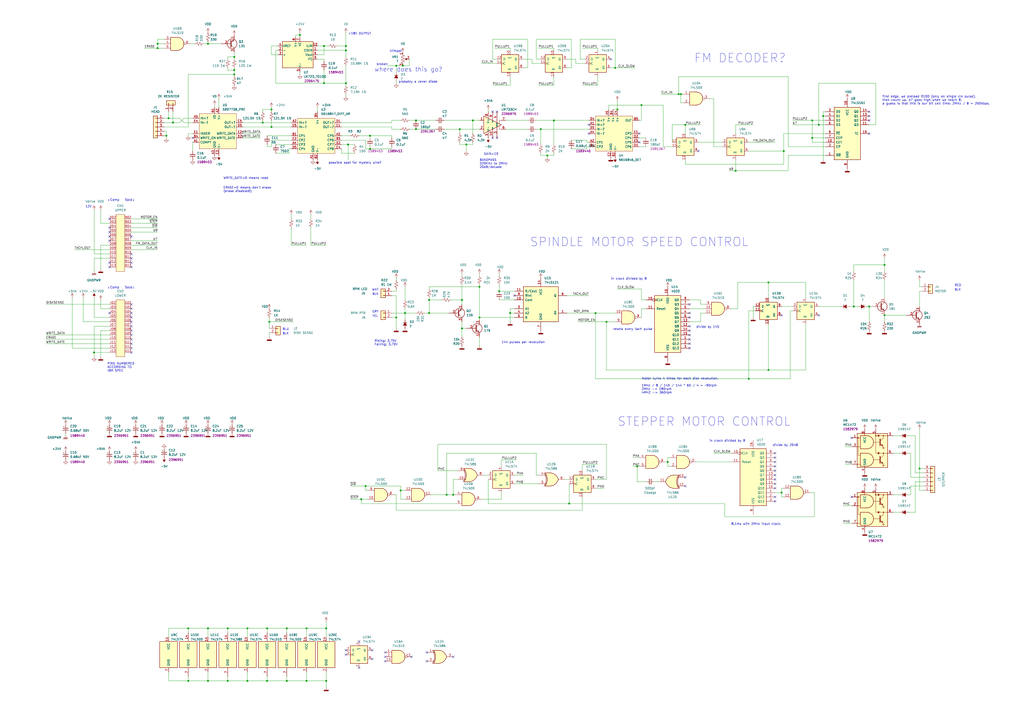
<source format=kicad_sch>
(kicad_sch (version 20211123) (generator eeschema)
  (paper "A2")
  (junction (at 394.97 54.61))
  (junction (at 259.08 287.02))
  (junction (at 177.8 364.49))
  (junction (at 109.22 394.97))
  (junction (at 156.21 186.69))
  (junction (at 369.57 270.51))
  (junction (at 278.13 166.37))
  (junction (at 212.09 281.94))
  (junction (at 109.22 364.49))
  (junction (at 453.39 285.75))
  (junction (at 434.34 219.71))
  (junction (at 426.72 99.06))
  (junction (at 200.66 48.26))
  (junction (at 358.14 63.5))
  (junction (at 132.08 364.49))
  (junction (at 54.61 204.47))
  (junction (at 513.08 182.88))
  (junction (at 187.96 26.67))
  (junction (at 533.4 271.78))
  (junction (at 157.48 73.66))
  (junction (at 351.79 186.69))
  (junction (at 393.7 54.61))
  (junction (at 234.95 181.61))
  (junction (at 356.87 39.37))
  (junction (at 143.51 364.49))
  (junction (at 317.5 90.17))
  (junction (at 477.52 67.31))
  (junction (at 274.32 69.85))
  (junction (at 214.63 78.74))
  (junction (at 120.65 394.97))
  (junction (at 166.37 394.97))
  (junction (at 120.65 25.4))
  (junction (at 397.51 72.39))
  (junction (at 96.52 78.74))
  (junction (at 229.87 38.1))
  (junction (at 267.97 173.99))
  (junction (at 135.89 40.64))
  (junction (at 248.92 181.61))
  (junction (at 91.44 27.94))
  (junction (at 321.31 69.85))
  (junction (at 166.37 364.49))
  (junction (at 97.79 68.58))
  (junction (at 266.7 74.93))
  (junction (at 372.11 60.96))
  (junction (at 143.51 394.97))
  (junction (at 495.3 177.8))
  (junction (at 187.96 48.26))
  (junction (at 471.17 69.85))
  (junction (at 120.65 364.49))
  (junction (at 248.92 173.99))
  (junction (at 445.77 163.83))
  (junction (at 513.08 153.67))
  (junction (at 330.2 292.1))
  (junction (at 474.98 72.39))
  (junction (at 189.23 394.97))
  (junction (at 471.17 80.01))
  (junction (at 267.97 190.5))
  (junction (at 313.69 74.93))
  (junction (at 209.55 289.56))
  (junction (at 135.89 33.02))
  (junction (at 214.63 86.36))
  (junction (at 200.66 26.67))
  (junction (at 289.56 168.91))
  (junction (at 241.3 69.85))
  (junction (at 232.41 284.48))
  (junction (at 270.51 83.82))
  (junction (at 295.91 181.61))
  (junction (at 154.94 394.97))
  (junction (at 154.94 364.49))
  (junction (at 262.89 287.02))
  (junction (at 200.66 29.21))
  (junction (at 445.77 214.63))
  (junction (at 91.44 25.4))
  (junction (at 152.4 71.12))
  (junction (at 157.48 63.5))
  (junction (at 387.35 267.97))
  (junction (at 177.8 394.97))
  (junction (at 454.66 87.63))
  (junction (at 233.68 38.1))
  (junction (at 201.93 83.82))
  (junction (at 278.13 184.15))
  (junction (at 504.19 177.8))
  (junction (at 135.89 43.18))
  (junction (at 132.08 394.97))
  (junction (at 100.33 71.12))
  (junction (at 345.44 181.61))
  (junction (at 173.99 20.32))
  (junction (at 189.23 364.49))
  (junction (at 229.87 184.15))
  (junction (at 241.3 74.93))
  (no_connect (at 341.63 77.47))
  (no_connect (at 76.2 137.16))
  (no_connect (at 76.2 149.86))
  (no_connect (at 76.2 152.4))
  (no_connect (at 76.2 147.32))
  (no_connect (at 76.2 154.94))
  (no_connect (at 76.2 204.47))
  (no_connect (at 76.2 186.69))
  (no_connect (at 76.2 184.15))
  (no_connect (at 76.2 191.77))
  (no_connect (at 76.2 194.31))
  (no_connect (at 76.2 189.23))
  (no_connect (at 76.2 196.85))
  (no_connect (at 76.2 199.39))
  (no_connect (at 76.2 201.93))
  (no_connect (at 76.2 179.07))
  (no_connect (at 76.2 176.53))
  (no_connect (at 76.2 181.61))
  (no_connect (at 370.84 82.55))
  (no_connect (at 370.84 77.47))
  (no_connect (at 341.63 72.39))
  (no_connect (at 63.5 127))
  (no_connect (at 288.29 80.01))
  (no_connect (at 285.75 80.01))
  (no_connect (at 285.75 64.77))
  (no_connect (at 288.29 64.77))
  (no_connect (at 354.33 34.29))
  (no_connect (at 63.5 152.4))
  (no_connect (at 63.5 154.94))
  (no_connect (at 494.03 288.29))
  (no_connect (at 494.03 254))
  (no_connect (at 223.52 381))
  (no_connect (at 223.52 378.46))
  (no_connect (at 238.76 381))
  (no_connect (at 223.52 383.54))
  (no_connect (at 449.58 278.13))
  (no_connect (at 449.58 290.83))
  (no_connect (at 449.58 288.29))
  (no_connect (at 449.58 283.21))
  (no_connect (at 449.58 280.67))
  (no_connect (at 449.58 275.59))
  (no_connect (at 449.58 273.05))
  (no_connect (at 449.58 265.43))
  (no_connect (at 449.58 270.51))
  (no_connect (at 449.58 262.89))
  (no_connect (at 449.58 267.97))
  (no_connect (at 400.05 181.61))
  (no_connect (at 400.05 199.39))
  (no_connect (at 400.05 176.53))
  (no_connect (at 400.05 201.93))
  (no_connect (at 400.05 189.23))
  (no_connect (at 400.05 191.77))
  (no_connect (at 400.05 194.31))
  (no_connect (at 400.05 184.15))
  (no_connect (at 400.05 196.85))
  (no_connect (at 298.45 171.45))
  (no_connect (at 405.13 87.63))
  (no_connect (at 504.19 69.85))
  (no_connect (at 504.19 77.47))
  (no_connect (at 504.19 67.31))
  (no_connect (at 504.19 64.77))
  (no_connect (at 262.89 381))
  (no_connect (at 247.65 383.54))
  (no_connect (at 247.65 378.46))
  (no_connect (at 474.98 182.88))
  (no_connect (at 453.39 182.88))
  (no_connect (at 397.51 281.94))
  (no_connect (at 397.51 276.86))
  (no_connect (at 208.28 372.11))
  (no_connect (at 200.66 377.19))
  (no_connect (at 208.28 387.35))
  (no_connect (at 200.66 379.73))
  (no_connect (at 215.9 382.27))
  (no_connect (at 215.9 377.19))
  (no_connect (at 63.5 181.61))
  (no_connect (at 63.5 132.08))
  (no_connect (at 63.5 137.16))
  (no_connect (at 63.5 139.7))
  (no_connect (at 63.5 134.62))
  (no_connect (at 111.76 80.01))
  (wire (pts (xy 287.02 27.94) (xy 295.91 27.94)))
  (wire (pts (xy 168.91 132.08) (xy 168.91 142.24)))
  (wire (pts (xy 157.48 26.67) (xy 161.29 26.67)))
  (wire (pts (xy 328.93 181.61) (xy 345.44 181.61)))
  (wire (pts (xy 237.49 38.1) (xy 237.49 34.29)))
  (wire (pts (xy 184.15 31.75) (xy 187.96 31.75)))
  (wire (pts (xy 143.51 394.97) (xy 154.94 394.97)))
  (wire (pts (xy 459.74 72.39) (xy 474.98 72.39)))
  (wire (pts (xy 97.79 389.89) (xy 97.79 394.97)))
  (wire (pts (xy 334.01 34.29) (xy 328.93 34.29)))
  (wire (pts (xy 356.87 22.86) (xy 336.55 22.86)))
  (wire (pts (xy 208.28 78.74) (xy 214.63 78.74)))
  (wire (pts (xy 109.22 364.49) (xy 120.65 364.49)))
  (wire (pts (xy 234.95 185.42) (xy 234.95 181.61)))
  (wire (pts (xy 504.19 72.39) (xy 508 72.39)))
  (wire (pts (xy 140.97 77.47) (xy 151.13 77.47)))
  (wire (pts (xy 111.76 77.47) (xy 109.22 77.47)))
  (wire (pts (xy 200.66 19.05) (xy 200.66 26.67)))
  (wire (pts (xy 100.33 71.12) (xy 104.14 71.12)))
  (wire (pts (xy 283.21 292.1) (xy 330.2 292.1)))
  (wire (pts (xy 535.94 271.78) (xy 533.4 271.78)))
  (wire (pts (xy 387.35 267.97) (xy 387.35 270.51)))
  (wire (pts (xy 109.22 392.43) (xy 109.22 394.97)))
  (wire (pts (xy 157.48 31.75) (xy 157.48 26.67)))
  (wire (pts (xy 184.15 29.21) (xy 200.66 29.21)))
  (wire (pts (xy 54.61 207.01) (xy 54.61 204.47)))
  (wire (pts (xy 400.05 186.69) (xy 406.4 186.69)))
  (wire (pts (xy 135.89 33.02) (xy 132.08 33.02)))
  (wire (pts (xy 113.03 25.4) (xy 110.49 25.4)))
  (wire (pts (xy 508 72.39) (xy 508 48.26)))
  (wire (pts (xy 168.91 81.28) (xy 157.48 81.28)))
  (wire (pts (xy 120.65 364.49) (xy 120.65 369.57)))
  (wire (pts (xy 127 62.23) (xy 127 57.15)))
  (wire (pts (xy 135.89 40.64) (xy 132.08 40.64)))
  (wire (pts (xy 384.81 60.96) (xy 384.81 85.09)))
  (wire (pts (xy 528.32 262.89) (xy 528.32 276.86)))
  (wire (pts (xy 367.03 265.43) (xy 370.84 265.43)))
  (wire (pts (xy 200.66 38.1) (xy 200.66 48.26)))
  (wire (pts (xy 372.11 60.96) (xy 372.11 69.85)))
  (wire (pts (xy 457.2 44.45) (xy 393.7 44.45)))
  (wire (pts (xy 156.21 186.69) (xy 156.21 190.5)))
  (wire (pts (xy 471.17 80.01) (xy 471.17 69.85)))
  (wire (pts (xy 203.2 281.94) (xy 212.09 281.94)))
  (wire (pts (xy 457.2 90.17) (xy 478.79 90.17)))
  (wire (pts (xy 488.95 303.53) (xy 494.03 303.53)))
  (wire (pts (xy 313.69 90.17) (xy 313.69 88.9)))
  (wire (pts (xy 91.44 25.4) (xy 91.44 27.94)))
  (wire (pts (xy 453.39 283.21) (xy 453.39 285.75)))
  (wire (pts (xy 109.22 77.47) (xy 109.22 78.74)))
  (wire (pts (xy 426.72 77.47) (xy 426.72 72.39)))
  (wire (pts (xy 132.08 364.49) (xy 132.08 367.03)))
  (wire (pts (xy 346.71 49.53) (xy 346.71 44.45)))
  (wire (pts (xy 424.18 179.07) (xy 427.99 179.07)))
  (wire (pts (xy 372.11 179.07) (xy 372.11 184.15)))
  (wire (pts (xy 156.21 184.15) (xy 156.21 186.69)))
  (wire (pts (xy 160.02 29.21) (xy 161.29 29.21)))
  (wire (pts (xy 109.22 364.49) (xy 109.22 367.03)))
  (wire (pts (xy 408.94 181.61) (xy 406.4 181.61)))
  (wire (pts (xy 173.99 20.32) (xy 171.45 20.32)))
  (wire (pts (xy 214.63 78.74) (xy 227.33 78.74)))
  (wire (pts (xy 166.37 364.49) (xy 166.37 367.03)))
  (wire (pts (xy 295.91 27.94) (xy 295.91 29.21)))
  (wire (pts (xy 270.51 83.82) (xy 274.32 83.82)))
  (wire (pts (xy 209.55 289.56) (xy 213.36 289.56)))
  (wire (pts (xy 327.66 278.13) (xy 330.2 278.13)))
  (wire (pts (xy 160.02 88.9) (xy 167.64 88.9)))
  (wire (pts (xy 58.42 207.01) (xy 58.42 191.77)))
  (wire (pts (xy 351.79 186.69) (xy 356.87 186.69)))
  (wire (pts (xy 278.13 184.15) (xy 298.45 184.15)))
  (wire (pts (xy 262.89 278.13) (xy 262.89 287.02)))
  (wire (pts (xy 63.5 147.32) (xy 54.61 147.32)))
  (wire (pts (xy 173.99 19.05) (xy 173.99 20.32)))
  (wire (pts (xy 293.37 74.93) (xy 306.07 74.93)))
  (wire (pts (xy 184.15 26.67) (xy 187.96 26.67)))
  (wire (pts (xy 198.12 86.36) (xy 198.12 88.9)))
  (wire (pts (xy 351.79 278.13) (xy 351.79 257.81)))
  (wire (pts (xy 265.43 278.13) (xy 262.89 278.13)))
  (wire (pts (xy 293.37 69.85) (xy 306.07 69.85)))
  (wire (pts (xy 100.33 71.12) (xy 95.25 71.12)))
  (wire (pts (xy 26.67 194.31) (xy 63.5 194.31)))
  (wire (pts (xy 227.33 171.45) (xy 229.87 171.45)))
  (wire (pts (xy 370.84 85.09) (xy 374.65 85.09)))
  (wire (pts (xy 331.47 39.37) (xy 328.93 39.37)))
  (wire (pts (xy 321.31 90.17) (xy 321.31 88.9)))
  (wire (pts (xy 274.32 69.85) (xy 274.32 77.47)))
  (wire (pts (xy 135.89 39.37) (xy 135.89 40.64)))
  (wire (pts (xy 26.67 199.39) (xy 63.5 199.39)))
  (wire (pts (xy 264.16 287.02) (xy 262.89 287.02)))
  (wire (pts (xy 321.31 44.45) (xy 321.31 49.53)))
  (wire (pts (xy 227.33 168.91) (xy 229.87 168.91)))
  (wire (pts (xy 132.08 392.43) (xy 132.08 394.97)))
  (wire (pts (xy 457.2 99.06) (xy 457.2 90.17)))
  (wire (pts (xy 353.06 60.96) (xy 353.06 63.5)))
  (wire (pts (xy 143.51 364.49) (xy 143.51 369.57)))
  (wire (pts (xy 372.11 179.07) (xy 374.65 179.07)))
  (wire (pts (xy 530.86 252.73) (xy 530.86 274.32)))
  (wire (pts (xy 382.27 279.4) (xy 379.73 279.4)))
  (wire (pts (xy 132.08 394.97) (xy 143.51 394.97)))
  (wire (pts (xy 393.7 54.61) (xy 394.97 54.61)))
  (wire (pts (xy 388.62 265.43) (xy 387.35 265.43)))
  (wire (pts (xy 97.79 369.57) (xy 97.79 364.49)))
  (wire (pts (xy 26.67 176.53) (xy 63.5 176.53)))
  (wire (pts (xy 212.09 284.48) (xy 213.36 284.48)))
  (wire (pts (xy 143.51 389.89) (xy 143.51 394.97)))
  (wire (pts (xy 48.26 186.69) (xy 63.5 186.69)))
  (wire (pts (xy 290.83 266.7) (xy 290.83 270.51)))
  (wire (pts (xy 63.5 179.07) (xy 58.42 179.07)))
  (wire (pts (xy 229.87 171.45) (xy 229.87 184.15)))
  (wire (pts (xy 160.02 29.21) (xy 160.02 48.26)))
  (wire (pts (xy 157.48 63.5) (xy 157.48 64.77)))
  (wire (pts (xy 180.34 132.08) (xy 180.34 142.24)))
  (wire (pts (xy 528.32 281.94) (xy 535.94 281.94)))
  (wire (pts (xy 285.75 34.29) (xy 288.29 34.29)))
  (wire (pts (xy 457.2 85.09) (xy 457.2 44.45)))
  (wire (pts (xy 521.97 252.73) (xy 518.16 252.73)))
  (wire (pts (xy 54.61 172.72) (xy 54.61 184.15)))
  (wire (pts (xy 135.89 30.48) (xy 135.89 33.02)))
  (wire (pts (xy 189.23 394.97) (xy 189.23 398.78)))
  (wire (pts (xy 195.58 26.67) (xy 200.66 26.67)))
  (wire (pts (xy 328.93 171.45) (xy 341.63 171.45)))
  (wire (pts (xy 173.99 21.59) (xy 173.99 20.32)))
  (wire (pts (xy 313.69 90.17) (xy 317.5 90.17)))
  (wire (pts (xy 91.44 132.08) (xy 76.2 132.08)))
  (wire (pts (xy 135.89 34.29) (xy 135.89 33.02)))
  (wire (pts (xy 152.4 71.12) (xy 140.97 71.12)))
  (wire (pts (xy 346.71 29.21) (xy 346.71 27.94)))
  (wire (pts (xy 369.57 270.51) (xy 369.57 279.4)))
  (wire (pts (xy 54.61 149.86) (xy 63.5 149.86)))
  (wire (pts (xy 397.51 92.71) (xy 397.51 95.25)))
  (wire (pts (xy 234.95 173.99) (xy 234.95 166.37)))
  (wire (pts (xy 397.51 95.25) (xy 454.66 95.25)))
  (wire (pts (xy 232.41 284.48) (xy 232.41 281.94)))
  (wire (pts (xy 91.44 22.86) (xy 91.44 25.4)))
  (wire (pts (xy 400.05 179.07) (xy 408.94 179.07)))
  (wire (pts (xy 267.97 173.99) (xy 267.97 176.53)))
  (wire (pts (xy 187.96 34.29) (xy 187.96 35.56)))
  (wire (pts (xy 227.33 69.85) (xy 232.41 69.85)))
  (wire (pts (xy 311.15 262.89) (xy 311.15 275.59)))
  (wire (pts (xy 209.55 292.1) (xy 209.55 289.56)))
  (wire (pts (xy 295.91 49.53) (xy 285.75 49.53)))
  (wire (pts (xy 406.4 176.53) (xy 408.94 176.53)))
  (wire (pts (xy 157.48 81.28) (xy 157.48 85.09)))
  (wire (pts (xy 400.05 173.99) (xy 406.4 173.99)))
  (wire (pts (xy 111.76 87.63) (xy 111.76 82.55)))
  (wire (pts (xy 295.91 181.61) (xy 298.45 181.61)))
  (wire (pts (xy 189.23 360.68) (xy 189.23 364.49)))
  (wire (pts (xy 152.4 63.5) (xy 157.48 63.5)))
  (wire (pts (xy 283.21 278.13) (xy 283.21 292.1)))
  (wire (pts (xy 166.37 392.43) (xy 166.37 394.97)))
  (wire (pts (xy 478.79 64.77) (xy 477.52 64.77)))
  (wire (pts (xy 477.52 67.31) (xy 477.52 92.71)))
  (wire (pts (xy 528.32 281.94) (xy 528.32 287.02)))
  (wire (pts (xy 229.87 287.02) (xy 228.6 287.02)))
  (wire (pts (xy 154.94 78.74) (xy 168.91 78.74)))
  (wire (pts (xy 38.1 252.73) (xy 38.1 251.46)))
  (wire (pts (xy 533.4 248.92) (xy 533.4 271.78)))
  (wire (pts (xy 154.94 364.49) (xy 154.94 367.03)))
  (wire (pts (xy 54.61 204.47) (xy 54.61 189.23)))
  (wire (pts (xy 54.61 121.92) (xy 54.61 147.32)))
  (wire (pts (xy 454.66 87.63) (xy 454.66 77.47)))
  (wire (pts (xy 436.88 177.8) (xy 436.88 184.15)))
  (wire (pts (xy 513.08 157.48) (xy 513.08 153.67)))
  (wire (pts (xy 97.79 364.49) (xy 109.22 364.49)))
  (wire (pts (xy 490.22 269.24) (xy 494.03 269.24)))
  (wire (pts (xy 370.84 69.85) (xy 372.11 69.85)))
  (wire (pts (xy 267.97 190.5) (xy 267.97 195.58)))
  (wire (pts (xy 474.98 177.8) (xy 487.68 177.8)))
  (wire (pts (xy 120.65 24.13) (xy 120.65 25.4)))
  (wire (pts (xy 406.4 181.61) (xy 406.4 186.69)))
  (wire (pts (xy 95.25 78.74) (xy 96.52 78.74)))
  (wire (pts (xy 54.61 157.48) (xy 54.61 149.86)))
  (wire (pts (xy 406.4 173.99) (xy 406.4 176.53)))
  (wire (pts (xy 414.02 262.89) (xy 424.18 262.89)))
  (wire (pts (xy 298.45 280.67) (xy 312.42 280.67)))
  (wire (pts (xy 345.44 219.71) (xy 434.34 219.71)))
  (wire (pts (xy 266.7 74.93) (xy 278.13 74.93)))
  (wire (pts (xy 527.05 287.02) (xy 528.32 287.02)))
  (wire (pts (xy 248.92 181.61) (xy 260.35 181.61)))
  (wire (pts (xy 229.87 184.15) (xy 229.87 190.5)))
  (wire (pts (xy 356.87 22.86) (xy 356.87 39.37)))
  (wire (pts (xy 445.77 163.83) (xy 445.77 172.72)))
  (wire (pts (xy 340.36 82.55) (xy 341.63 82.55)))
  (wire (pts (xy 91.44 127) (xy 76.2 127)))
  (wire (pts (xy 257.81 74.93) (xy 266.7 74.93)))
  (wire (pts (xy 214.63 85.09) (xy 214.63 86.36)))
  (wire (pts (xy 214.63 86.36) (xy 212.09 86.36)))
  (wire (pts (xy 41.91 201.93) (xy 63.5 201.93)))
  (wire (pts (xy 321.31 29.21) (xy 321.31 27.94)))
  (wire (pts (xy 313.69 83.82) (xy 313.69 74.93)))
  (wire (pts (xy 109.22 43.18) (xy 135.89 43.18)))
  (wire (pts (xy 434.34 87.63) (xy 454.66 87.63)))
  (wire (pts (xy 227.33 71.12) (xy 227.33 69.85)))
  (wire (pts (xy 248.92 166.37) (xy 278.13 166.37)))
  (wire (pts (xy 458.47 219.71) (xy 434.34 219.71)))
  (wire (pts (xy 321.31 69.85) (xy 321.31 83.82)))
  (wire (pts (xy 154.94 392.43) (xy 154.94 394.97)))
  (wire (pts (xy 393.7 44.45) (xy 393.7 54.61)))
  (wire (pts (xy 227.33 85.09) (xy 227.33 86.36)))
  (wire (pts (xy 198.12 78.74) (xy 203.2 78.74)))
  (wire (pts (xy 168.91 124.46) (xy 168.91 127)))
  (wire (pts (xy 106.68 71.12) (xy 111.76 71.12)))
  (wire (pts (xy 317.5 90.17) (xy 321.31 90.17)))
  (wire (pts (xy 372.11 60.96) (xy 384.81 60.96)))
  (wire (pts (xy 502.92 177.8) (xy 504.19 177.8)))
  (wire (pts (xy 200.66 48.26) (xy 200.66 49.53)))
  (wire (pts (xy 26.67 196.85) (xy 63.5 196.85)))
  (wire (pts (xy 389.89 72.39) (xy 397.51 72.39)))
  (wire (pts (xy 394.97 54.61) (xy 394.97 59.69)))
  (wire (pts (xy 533.4 166.37) (xy 534.67 166.37)))
  (wire (pts (xy 95.25 22.86) (xy 91.44 22.86)))
  (wire (pts (xy 241.3 69.85) (xy 237.49 69.85)))
  (wire (pts (xy 267.97 190.5) (xy 267.97 186.69)))
  (wire (pts (xy 345.44 181.61) (xy 345.44 219.71)))
  (wire (pts (xy 278.13 200.66) (xy 278.13 195.58)))
  (wire (pts (xy 334.01 36.83) (xy 339.09 36.83)))
  (wire (pts (xy 104.14 71.12) (xy 106.68 68.58)))
  (wire (pts (xy 91.44 129.54) (xy 76.2 129.54)))
  (wire (pts (xy 241.3 74.93) (xy 252.73 74.93)))
  (wire (pts (xy 434.34 180.34) (xy 438.15 180.34)))
  (wire (pts (xy 95.25 27.94) (xy 91.44 27.94)))
  (wire (pts (xy 289.56 165.1) (xy 289.56 168.91)))
  (wire (pts (xy 233.68 38.1) (xy 237.49 38.1)))
  (wire (pts (xy 200.66 29.21) (xy 200.66 33.02)))
  (wire (pts (xy 54.61 189.23) (xy 63.5 189.23)))
  (wire (pts (xy 530.86 279.4) (xy 535.94 279.4)))
  (wire (pts (xy 311.15 74.93) (xy 313.69 74.93)))
  (wire (pts (xy 41.91 172.72) (xy 41.91 201.93)))
  (wire (pts (xy 467.36 163.83) (xy 445.77 163.83)))
  (wire (pts (xy 533.4 168.91) (xy 533.4 177.8)))
  (wire (pts (xy 109.22 73.66) (xy 109.22 43.18)))
  (wire (pts (xy 340.36 85.09) (xy 340.36 86.36)))
  (wire (pts (xy 166.37 394.97) (xy 177.8 394.97)))
  (wire (pts (xy 177.8 364.49) (xy 177.8 369.57)))
  (wire (pts (xy 372.11 173.99) (xy 372.11 167.64)))
  (wire (pts (xy 533.4 162.56) (xy 533.4 166.37)))
  (wire (pts (xy 504.19 177.8) (xy 505.46 177.8)))
  (wire (pts (xy 533.4 271.78) (xy 533.4 284.48)))
  (wire (pts (xy 227.33 86.36) (xy 214.63 86.36)))
  (wire (pts (xy 266.7 83.82) (xy 266.7 82.55)))
  (wire (pts (xy 283.21 63.5) (xy 283.21 64.77)))
  (wire (pts (xy 168.91 73.66) (xy 157.48 73.66)))
  (wire (pts (xy 513.08 153.67) (xy 513.08 149.86)))
  (wire (pts (xy 374.65 173.99) (xy 372.11 173.99)))
  (wire (pts (xy 336.55 34.29) (xy 339.09 34.29)))
  (wire (pts (xy 386.08 267.97) (xy 387.35 267.97)))
  (wire (pts (xy 187.96 48.26) (xy 200.66 48.26)))
  (wire (pts (xy 212.09 281.94) (xy 212.09 284.48)))
  (wire (pts (xy 254 257.81) (xy 254 273.05)))
  (wire (pts (xy 54.61 184.15) (xy 63.5 184.15)))
  (wire (pts (xy 97.79 68.58) (xy 95.25 68.58)))
  (wire (pts (xy 335.28 186.69) (xy 351.79 186.69)))
  (wire (pts (xy 91.44 142.24) (xy 76.2 142.24)))
  (wire (pts (xy 331.47 86.36) (xy 340.36 86.36)))
  (wire (pts (xy 358.14 58.42) (xy 358.14 63.5)))
  (wire (pts (xy 471.17 82.55) (xy 471.17 80.01)))
  (wire (pts (xy 311.15 275.59) (xy 312.42 275.59)))
  (wire (pts (xy 156.21 193.04) (xy 156.21 195.58)))
  (wire (pts (xy 290.83 289.56) (xy 290.83 285.75)))
  (wire (pts (xy 445.77 163.83) (xy 427.99 163.83)))
  (wire (pts (xy 91.44 134.62) (xy 76.2 134.62)))
  (wire (pts (xy 227.33 78.74) (xy 227.33 80.01)))
  (wire (pts (xy 453.39 285.75) (xy 453.39 288.29)))
  (wire (pts (xy 469.9 285.75) (xy 472.44 285.75)))
  (wire (pts (xy 241.3 181.61) (xy 234.95 181.61)))
  (wire (pts (xy 168.91 142.24) (xy 177.8 142.24)))
  (wire (pts (xy 530.86 279.4) (xy 530.86 297.18)))
  (wire (pts (xy 521.97 262.89) (xy 518.16 262.89)))
  (wire (pts (xy 330.2 292.1) (xy 420.37 292.1)))
  (wire (pts (xy 143.51 364.49) (xy 154.94 364.49)))
  (wire (pts (xy 250.19 287.02) (xy 259.08 287.02)))
  (wire (pts (xy 261.62 173.99) (xy 267.97 173.99)))
  (wire (pts (xy 97.79 394.97) (xy 109.22 394.97)))
  (wire (pts (xy 54.61 204.47) (xy 63.5 204.47)))
  (wire (pts (xy 58.42 129.54) (xy 63.5 129.54)))
  (wire (pts (xy 355.6 63.5) (xy 358.14 63.5)))
  (wire (pts (xy 227.33 184.15) (xy 229.87 184.15)))
  (wire (pts (xy 58.42 121.92) (xy 58.42 129.54)))
  (wire (pts (xy 490.22 259.08) (xy 494.03 259.08)))
  (wire (pts (xy 201.93 83.82) (xy 201.93 92.71)))
  (wire (pts (xy 295.91 44.45) (xy 295.91 49.53)))
  (wire (pts (xy 91.44 144.78) (xy 76.2 144.78)))
  (wire (pts (xy 248.92 166.37) (xy 248.92 167.64)))
  (wire (pts (xy 290.83 266.7) (xy 299.72 266.7)))
  (wire (pts (xy 120.65 389.89) (xy 120.65 394.97)))
  (wire (pts (xy 340.36 82.55) (xy 340.36 81.28)))
  (wire (pts (xy 397.51 72.39) (xy 406.4 72.39)))
  (wire (pts (xy 311.15 22.86) (xy 331.47 22.86)))
  (wire (pts (xy 154.94 364.49) (xy 166.37 364.49)))
  (wire (pts (xy 232.41 284.48) (xy 234.95 284.48)))
  (wire (pts (xy 459.74 180.34) (xy 458.47 180.34)))
  (wire (pts (xy 154.94 85.09) (xy 157.48 85.09)))
  (wire (pts (xy 312.42 49.53) (xy 321.31 49.53)))
  (wire (pts (xy 405.13 82.55) (xy 419.1 82.55)))
  (wire (pts (xy 369.57 270.51) (xy 370.84 270.51)))
  (wire (pts (xy 471.17 69.85) (xy 478.79 69.85)))
  (wire (pts (xy 295.91 179.07) (xy 295.91 181.61)))
  (wire (pts (xy 232.41 284.48) (xy 232.41 289.56)))
  (wire (pts (xy 414.02 57.15) (xy 411.48 57.15)))
  (wire (pts (xy 259.08 287.02) (xy 259.08 262.89)))
  (wire (pts (xy 58.42 142.24) (xy 58.42 156.21)))
  (wire (pts (xy 270.51 83.82) (xy 270.51 87.63)))
  (wire (pts (xy 495.3 177.8) (xy 492.76 177.8)))
  (wire (pts (xy 248.92 173.99) (xy 256.54 173.99)))
  (wire (pts (xy 168.91 71.12) (xy 152.4 71.12)))
  (wire (pts (xy 209.55 292.1) (xy 264.16 292.1)))
  (wire (pts (xy 374.65 279.4) (xy 369.57 279.4)))
  (wire (pts (xy 274.32 82.55) (xy 274.32 83.82)))
  (wire (pts (xy 426.72 72.39) (xy 436.88 72.39)))
  (wire (pts (xy 358.14 167.64) (xy 372.11 167.64)))
  (wire (pts (xy 58.42 191.77) (xy 63.5 191.77)))
  (wire (pts (xy 248.92 172.72) (xy 248.92 173.99)))
  (wire (pts (xy 346.71 27.94) (xy 337.82 27.94)))
  (wire (pts (xy 467.36 214.63) (xy 445.77 214.63)))
  (wire (pts (xy 528.32 276.86) (xy 535.94 276.86)))
  (wire (pts (xy 513.08 162.56) (xy 513.08 172.72)))
  (wire (pts (xy 120.65 364.49) (xy 132.08 364.49)))
  (wire (pts (xy 232.41 281.94) (xy 212.09 281.94)))
  (wire (pts (xy 135.89 40.64) (xy 135.89 43.18)))
  (wire (pts (xy 311.15 34.29) (xy 311.15 22.86)))
  (wire (pts (xy 201.93 83.82) (xy 205.74 83.82)))
  (wire (pts (xy 518.16 297.18) (xy 521.97 297.18)))
  (wire (pts (xy 189.23 142.24) (xy 180.34 142.24)))
  (wire (pts (xy 227.33 73.66) (xy 227.33 74.93)))
  (wire (pts (xy 289.56 158.75) (xy 289.56 160.02)))
  (wire (pts (xy 177.8 389.89) (xy 177.8 394.97)))
  (wire (pts (xy 351.79 257.81) (xy 254 257.81)))
  (wire (pts (xy 454.66 283.21) (xy 453.39 283.21)))
  (wire (pts (xy 306.07 22.86) (xy 285.75 22.86)))
  (wire (pts (xy 171.45 20.32) (xy 171.45 21.59)))
  (wire (pts (xy 298.45 275.59) (xy 303.53 275.59)))
  (wire (pts (xy 91.44 139.7) (xy 76.2 139.7)))
  (wire (pts (xy 345.44 278.13) (xy 351.79 278.13)))
  (wire (pts (xy 152.4 64.77) (xy 152.4 63.5)))
  (wire (pts (xy 397.51 72.39) (xy 397.51 77.47)))
  (wire (pts (xy 135.89 43.18) (xy 135.89 44.45)))
  (wire (pts (xy 120.65 394.97) (xy 132.08 394.97)))
  (wire (pts (xy 152.4 69.85) (xy 152.4 71.12)))
  (wire (pts (xy 224.79 38.1) (xy 229.87 38.1)))
  (wire (pts (xy 229.87 46.99) (xy 229.87 48.26)))
  (wire (pts (xy 337.82 288.29) (xy 337.82 295.91)))
  (wire (pts (xy 248.92 173.99) (xy 248.92 181.61)))
  (wire (pts (xy 95.25 76.2) (xy 96.52 76.2)))
  (wire (pts (xy 533.4 284.48) (xy 535.94 284.48)))
  (wire (pts (xy 200.66 54.61) (xy 200.66 55.88)))
  (wire (pts (xy 340.36 85.09) (xy 341.63 85.09)))
  (wire (pts (xy 160.02 83.82) (xy 168.91 83.82)))
  (wire (pts (xy 449.58 285.75) (xy 453.39 285.75)))
  (wire (pts (xy 527.05 252.73) (xy 530.86 252.73)))
  (wire (pts (xy 354.33 39.37) (xy 356.87 39.37)))
  (wire (pts (xy 337.82 49.53) (xy 346.71 49.53)))
  (wire (pts (xy 336.55 22.86) (xy 336.55 34.29)))
  (wire (pts (xy 214.63 80.01) (xy 214.63 78.74)))
  (wire (pts (xy 104.14 68.58) (xy 106.68 71.12)))
  (wire (pts (xy 419.1 85.09) (xy 414.02 85.09)))
  (wire (pts (xy 229.87 38.1) (xy 229.87 41.91)))
  (wire (pts (xy 187.96 48.26) (xy 160.02 48.26)))
  (wire (pts (xy 167.64 86.36) (xy 168.91 86.36)))
  (wire (pts (xy 140.97 80.01) (xy 151.13 80.01)))
  (wire (pts (xy 518.16 287.02) (xy 521.97 287.02)))
  (wire (pts (xy 198.12 81.28) (xy 212.09 81.28)))
  (wire (pts (xy 198.12 83.82) (xy 201.93 83.82)))
  (wire (pts (xy 445.77 214.63) (xy 445.77 187.96)))
  (wire (pts (xy 341.63 69.85) (xy 321.31 69.85)))
  (wire (pts (xy 200.66 26.67) (xy 200.66 29.21)))
  (wire (pts (xy 229.87 38.1) (xy 233.68 38.1)))
  (wire (pts (xy 257.81 69.85) (xy 274.32 69.85)))
  (wire (pts (xy 229.87 295.91) (xy 337.82 295.91)))
  (wire (pts (xy 246.38 181.61) (xy 248.92 181.61)))
  (wire (pts (xy 353.06 60.96) (xy 372.11 60.96)))
  (wire (pts (xy 83.82 27.94) (xy 91.44 27.94)))
  (wire (pts (xy 495.3 162.56) (xy 495.3 177.8)))
  (wire (pts (xy 345.44 181.61) (xy 356.87 181.61)))
  (wire (pts (xy 109.22 394.97) (xy 120.65 394.97)))
  (wire (pts (xy 504.19 177.8) (xy 504.19 186.69)))
  (wire (pts (xy 278.13 165.1) (xy 278.13 166.37)))
  (wire (pts (xy 289.56 173.99) (xy 298.45 173.99)))
  (wire (pts (xy 267.97 158.75) (xy 267.97 160.02)))
  (wire (pts (xy 438.15 177.8) (xy 436.88 177.8)))
  (wire (pts (xy 97.79 68.58) (xy 104.14 68.58)))
  (wire (pts (xy 124.46 60.96) (xy 124.46 62.23)))
  (wire (pts (xy 229.87 168.91) (xy 229.87 167.64)))
  (wire (pts (xy 388.62 270.51) (xy 387.35 270.51)))
  (wire (pts (xy 157.48 62.23) (xy 157.48 63.5)))
  (wire (pts (xy 331.47 22.86) (xy 331.47 39.37)))
  (wire (pts (xy 420.37 299.72) (xy 472.44 299.72)))
  (wire (pts (xy 389.89 72.39) (xy 389.89 82.55)))
  (wire (pts (xy 313.69 74.93) (xy 341.63 74.93)))
  (wire (pts (xy 270.51 190.5) (xy 267.97 190.5)))
  (wire (pts (xy 95.25 73.66) (xy 109.22 73.66)))
  (wire (pts (xy 426.72 99.06) (xy 457.2 99.06)))
  (wire (pts (xy 477.52 67.31) (xy 478.79 67.31)))
  (wire (pts (xy 495.3 177.8) (xy 497.84 177.8)))
  (wire (pts (xy 229.87 287.02) (xy 229.87 295.91)))
  (wire (pts (xy 337.82 269.24) (xy 337.82 273.05)))
  (wire (pts (xy 189.23 394.97) (xy 189.23 389.89)))
  (wire (pts (xy 467.36 187.96) (xy 467.36 214.63)))
  (wire (pts (xy 527.05 262.89) (xy 528.32 262.89)))
  (wire (pts (xy 384.81 85.09) (xy 389.89 85.09)))
  (wire (pts (xy 254 273.05) (xy 265.43 273.05)))
  (wire (pts (xy 303.53 39.37) (xy 306.07 39.37)))
  (wire (pts (xy 212.09 86.36) (xy 212.09 81.28)))
  (wire (pts (xy 184.15 62.23) (xy 184.15 64.77)))
  (wire (pts (xy 508 48.26) (xy 474.98 48.26)))
  (wire (pts (xy 187.96 31.75) (xy 187.96 26.67)))
  (wire (pts (xy 154.94 394.97) (xy 166.37 394.97)))
  (wire (pts (xy 285.75 22.86) (xy 285.75 34.29)))
  (wire (pts (xy 157.48 69.85) (xy 157.48 73.66)))
  (wire (pts (xy 383.54 54.61) (xy 393.7 54.61)))
  (wire (pts (xy 459.74 177.8) (xy 453.39 177.8)))
  (wire (pts (xy 396.24 59.69) (xy 394.97 59.69)))
  (wire (pts (xy 488.95 293.37) (xy 494.03 293.37)))
  (wire (pts (xy 241.3 74.93) (xy 237.49 74.93)))
  (wire (pts (xy 184.15 34.29) (xy 187.96 34.29)))
  (wire (pts (xy 229.87 161.29) (xy 229.87 162.56)))
  (wire (pts (xy 267.97 173.99) (xy 267.97 165.1)))
  (wire (pts (xy 198.12 73.66) (xy 227.33 73.66)))
  (wire (pts (xy 232.41 289.56) (xy 234.95 289.56)))
  (wire (pts (xy 458.47 180.34) (xy 458.47 219.71)))
  (wire (pts (xy 414.02 85.09) (xy 414.02 57.15)))
  (wire (pts (xy 459.74 69.85) (xy 471.17 69.85)))
  (wire (pts (xy 317.5 91.44) (xy 317.5 90.17)))
  (wire (pts (xy 434.34 180.34) (xy 434.34 219.71)))
  (wire (pts (xy 259.08 287.02) (xy 262.89 287.02)))
  (wire (pts (xy 166.37 364.49) (xy 177.8 364.49)))
  (wire (pts (xy 530.86 274.32) (xy 535.94 274.32)))
  (wire (pts (xy 157.48 73.66) (xy 140.97 73.66)))
  (wire (pts (xy 156.21 186.69) (xy 170.18 186.69)))
  (wire (pts (xy 471.17 80.01) (xy 478.79 80.01)))
  (wire (pts (xy 478.79 82.55) (xy 471.17 82.55)))
  (wire (pts (xy 495.3 153.67) (xy 513.08 153.67)))
  (wire (pts (xy 278.13 158.75) (xy 278.13 160.02)))
  (wire (pts (xy 96.52 78.74) (xy 96.52 80.01)))
  (wire (pts (xy 279.4 289.56) (xy 290.83 289.56)))
  (wire (pts (xy 427.99 163.83) (xy 427.99 179.07)))
  (wire (pts (xy 454.66 95.25) (xy 454.66 87.63)))
  (wire (pts (xy 513.08 182.88) (xy 513.08 186.69)))
  (wire (pts (xy 177.8 364.49) (xy 189.23 364.49)))
  (wire (pts (xy 180.34 124.46) (xy 180.34 127)))
  (wire (pts (xy 534.67 168.91) (xy 533.4 168.91)))
  (wire (pts (xy 289.56 168.91) (xy 298.45 168.91)))
  (wire (pts (xy 457.2 85.09) (xy 478.79 85.09)))
  (wire (pts (xy 241.3 69.85) (xy 252.73 69.85)))
  (wire (pts (xy 313.69 34.29) (xy 311.15 34.29)))
  (wire (pts (xy 227.33 74.93) (xy 232.41 74.93)))
  (wire (pts (xy 467.36 172.72) (xy 467.36 163.83)))
  (wire (pts (xy 474.98 48.26) (xy 474.98 72.39)))
  (wire (pts (xy 97.79 64.77) (xy 97.79 68.58)))
  (wire (pts (xy 403.86 267.97) (xy 424.18 267.97)))
  (wire (pts (xy 474.98 72.39) (xy 478.79 72.39)))
  (wire (pts (xy 422.91 99.06) (xy 426.72 99.06)))
  (wire (pts (xy 173.99 43.18) (xy 173.99 41.91)))
  (wire (pts (xy 387.35 265.43) (xy 387.35 267.97)))
  (wire (pts (xy 198.12 88.9) (xy 205.74 88.9)))
  (wire (pts (xy 454.66 77.47) (xy 478.79 77.47)))
  (wire (pts (xy 295.91 181.61) (xy 295.91 186.69)))
  (wire (pts (xy 259.08 262.89) (xy 311.15 262.89)))
  (wire (pts (xy 351.79 214.63) (xy 351.79 186.69)))
  (wire (pts (xy 187.96 40.64) (xy 187.96 48.26)))
  (wire (pts (xy 308.61 34.29) (xy 308.61 36.83)))
  (wire (pts (xy 356.87 39.37) (xy 368.3 39.37)))
  (wire (pts (xy 106.68 68.58) (xy 111.76 68.58)))
  (wire (pts (xy 298.45 179.07) (xy 295.91 179.07)))
  (wire (pts (xy 187.96 26.67) (xy 190.5 26.67)))
  (wire (pts (xy 527.05 297.18) (xy 530.86 297.18)))
  (wire (pts (xy 132.08 33.02) (xy 132.08 34.29)))
  (wire (pts (xy 495.3 157.48) (xy 495.3 153.67)))
  (wire (pts (xy 312.42 27.94) (xy 321.31 27.94)))
  (wire (pts (xy 198.12 71.12) (xy 227.33 71.12)))
  (wire (pts (xy 311.15 69.85) (xy 321.31 69.85)))
  (wire (pts (xy 177.8 394.97) (xy 189.23 394.97)))
  (wire (pts (xy 120.65 25.4) (xy 128.27 25.4)))
  (wire (pts (xy 95.25 25.4) (xy 91.44 25.4)))
  (wire (pts (xy 453.39 288.29) (xy 454.66 288.29)))
  (wire (pts (xy 132.08 364.49) (xy 143.51 364.49)))
  (wire (pts (xy 203.2 289.56) (xy 209.55 289.56)))
  (wire (pts (xy 306.07 39.37) (xy 306.07 22.86)))
  (wire (pts (xy 337.82 269.24) (xy 346.71 269.24)))
  (wire (pts (xy 161.29 31.75) (xy 157.48 31.75)))
  (wire (pts (xy 394.97 54.61) (xy 396.24 54.61)))
  (wire (pts (xy 58.42 173.99) (xy 58.42 179.07)))
  (wire (pts (xy 100.33 64.77) (xy 100.33 71.12)))
  (wire (pts (xy 308.61 36.83) (xy 313.69 36.83)))
  (wire (pts (xy 303.53 34.29) (xy 308.61 34.29)))
  (wire (pts (xy 227.33 181.61) (xy 234.95 181.61)))
  (wire (pts (xy 96.52 76.2) (xy 96.52 78.74)))
  (wire (pts (xy 331.47 81.28) (xy 340.36 81.28)))
  (wire (pts (xy 167.64 88.9) (xy 167.64 86.36)))
  (wire (pts (xy 266.7 74.93) (xy 266.7 77.47)))
  (wire (pts (xy 234.95 179.07) (xy 234.95 181.61)))
  (wire (pts (xy 472.44 285.75) (xy 472.44 299.72)))
  (wire (pts (xy 63.5 144.78) (xy 43.18 144.78)))
  (wire (pts (xy 434.34 82.55) (xy 449.58 82.55)))
  (wire (pts (xy 154.94 83.82) (xy 154.94 85.09)))
  (wire (pts (xy 48.26 172.72) (xy 48.26 186.69)))
  (wire (pts (xy 63.5 142.24) (xy 58.42 142.24)))
  (wire (pts (xy 345.44 283.21) (xy 350.52 283.21)))
  (wire (pts (xy 274.32 69.85) (xy 278.13 69.85)))
  (wire (pts (xy 367.03 270.51) (xy 369.57 270.51)))
  (wire (pts (xy 278.13 166.37) (xy 278.13 184.15)))
  (wire (pts (xy 132.08 39.37) (xy 132.08 40.64)))
  (wire (pts (xy 374.65 80.01) (xy 370.84 80.01)))
  (wire (pts (xy 189.23 364.49) (xy 189.23 369.57)))
  (wire (pts (xy 279.4 36.83) (xy 288.29 36.83)))
  (wire (pts (xy 426.72 92.71) (xy 426.72 99.06)))
  (wire (pts (xy 330.2 292.1) (xy 330.2 280.67)))
  (wire (pts (xy 118.11 25.4) (xy 120.65 25.4)))
  (wire (pts (xy 334.01 36.83) (xy 334.01 34.29)))
  (wire (pts (xy 266.7 83.82) (xy 270.51 83.82)))
  (wire (pts (xy 278.13 184.15) (xy 278.13 185.42)))
  (wire (pts (xy 280.67 275.59) (xy 283.21 275.59)))
  (wire (pts (xy 477.52 64.77) (xy 477.52 67.31)))
  (wire (pts (xy 420.37 292.1) (xy 420.37 299.72)))
  (wire (pts (xy 445.77 214.63) (xy 351.79 214.63)))
  (wire (pts (xy 513.08 182.88) (xy 525.78 182.88)))
  (text "probably a zener diode" (at 231.14 48.26 0) (effects (font (size 1.27 1.27)) (justify left bottom)))
  (text "where does this go?" (at 217.17 41.91 0) (effects (font (size 2.54 2.54)) (justify left bottom)))
  (text "Sold↓" (at 72.39 116.84 0) (effects (font (size 1.27 1.27)) (justify left bottom)))
  (text "motor turns 4 times for each disk revolution.\n\n1MHz / 8 / 145 / 144 * 60 / 4 = ~90rpm\n2MHz -> 180rpm\n4MHZ -> 360rpm" (at 372.11 228.6 0) (effects (font (size 1.27 1.27)) (justify left bottom)))
  (text "FM DECODER?" (at 402.59 36.83 0) (effects (font (size 5.08 5.08)) (justify left bottom)))
  (text "divide by 145" (at 403.86 190.5 0) (effects (font (size 1.27 1.27)) (justify left bottom)))
  (text "BLK" (at 219.71 171.45 180) (effects (font (size 1.27 1.27)) (justify right bottom)))
  (text "GRY" (at 215.9 181.61 0) (effects (font (size 1.27 1.27)) (justify left bottom)))
  (text "↓Comp" (at 62.23 116.84 0) (effects (font (size 1.27 1.27)) (justify left bottom)))
  (text "RED" (at 553.72 166.37 0) (effects (font (size 1.27 1.27)) (justify left bottom)))
  (text "STEPPER MOTOR CONTROL" (at 358.14 247.65 0) (effects (font (size 5.08 5.08)) (justify left bottom)))
  (text "in clock divided by 8" (at 411.48 256.54 0) (effects (font (size 1.27 1.27)) (justify left bottom)))
  (text "ERASE=0 means don't erase\n(erase disabled!)" (at 129.54 111.76 0) (effects (font (size 1.27 1.27)) (justify left bottom)))
  (text "8.1ms with 2MHz input clock." (at 424.18 304.8 0) (effects (font (size 1.27 1.27)) (justify left bottom)))
  (text "divide by 2048" (at 448.31 259.08 0) (effects (font (size 1.27 1.27)) (justify left bottom)))
  (text "possible spot for mystery wire?" (at 190.5 95.25 0) (effects (font (size 1.27 1.27)) (justify left bottom)))
  (text "YEL" (at 215.9 184.15 0) (effects (font (size 1.27 1.27)) (justify left bottom)))
  (text "SPINDLE MOTOR SPEED CONTROL" (at 307.34 143.51 0) (effects (font (size 5.08 5.08)) (justify left bottom)))
  (text "BLK" (at 553.72 168.91 0) (effects (font (size 1.27 1.27)) (justify left bottom)))
  (text "BANDPASS\n320KHz to 2MHz\n20dB/decade" (at 278.13 97.79 0) (effects (font (size 1.27 1.27)) (justify left bottom)))
  (text "12V" (at 49.53 120.65 0) (effects (font (size 1.27 1.27)) (justify left bottom)))
  (text "Sold↓" (at 72.39 167.64 0) (effects (font (size 1.27 1.27)) (justify left bottom)))
  (text "+18V OUTPUT" (at 201.93 20.32 0) (effects (font (size 1.27 1.27)) (justify left bottom)))
  (text "trimpot" (at 226.06 30.48 0) (effects (font (size 1.27 1.27)) (justify left bottom)))
  (text "BLK" (at 163.83 194.31 0) (effects (font (size 1.27 1.27)) (justify left bottom)))
  (text "GAIN=10" (at 280.67 90.17 0) (effects (font (size 1.27 1.27)) (justify left bottom)))
  (text "broken" (at 218.44 38.1 0) (effects (font (size 1.27 1.27)) (justify left bottom)))
  (text "PINS NUMBERED\nACCORDING TO\nIBM SPEC" (at 62.23 215.9 0) (effects (font (size 1.27 1.27)) (justify left bottom)))
  (text "first edge, we preload 0100 (only on single clk pulse).\nthen count up. b7 goes high when we reach 8.\na guess is that this is our bit cell time: 2MHz / 8 = 250kbps." (at 511.81 60.96 0) (effects (font (size 1.27 1.27)) (justify left bottom)))
  (text "WRITE_GATE=0 means read" (at 129.54 104.14 0) (effects (font (size 1.27 1.27)) (justify left bottom)))
  (text "WHT" (at 219.71 168.91 180) (effects (font (size 1.27 1.27)) (justify right bottom)))
  (text "144 pulses per revolution" (at 290.83 199.39 0) (effects (font (size 1.27 1.27)) (justify left bottom)))
  (text "BLU" (at 163.83 191.77 0) (effects (font (size 1.27 1.27)) (justify left bottom)))
  (text "Rising: 3.75V\nFalling: 3.70V" (at 217.17 200.66 0) (effects (font (size 1.27 1.27)) (justify left bottom)))
  (text "↓Comp" (at 62.23 167.64 0) (effects (font (size 1.27 1.27)) (justify left bottom)))
  (text "resets every tach pulse" (at 355.6 191.77 0) (effects (font (size 1.27 1.27)) (justify left bottom)))
  (text "in clock divided by 8" (at 354.33 162.56 0) (effects (font (size 1.27 1.27)) (justify left bottom)))
  (label "PULLUP2" (at 436.88 72.39 180))
  (label "PULLUP1" (at 337.82 49.53 0))
  (label "PULLUP2" (at 406.4 72.39 180))
  (label "~{STEP}" (at 203.2 289.56 0))
  (label "PHA" (at 367.03 265.43 0))
  (label "PHC" (at 488.95 293.37 0))
  (label "WRITE_DATA" (at 26.67 194.31 0))
  (label "DISKSENSE" (at 170.18 186.69 180))
  (label "ERASE" (at 83.82 27.94 0))
  (label "~{DIR}" (at 91.44 132.08 180))
  (label "b7" (at 91.44 139.7 180))
  (label "PHD" (at 350.52 283.21 180))
  (label "MOT_RPM" (at 341.63 181.61 180))
  (label "PULLUP1" (at 337.82 27.94 0))
  (label "CLK_IN" (at 383.54 54.61 0))
  (label "b7" (at 459.74 72.39 0))
  (label "PHB" (at 303.53 280.67 180))
  (label "ERASE" (at 26.67 196.85 0))
  (label "PULLUP2" (at 189.23 142.24 180))
  (label "PULLUP1" (at 287.02 27.94 0))
  (label "PHA" (at 303.53 275.59 180))
  (label "PULLUP1" (at 312.42 49.53 0))
  (label "PHA" (at 490.22 259.08 0))
  (label "PHC" (at 350.52 278.13 180))
  (label "PULLUP2" (at 346.71 269.24 180))
  (label "CLK_SLOW" (at 414.02 262.89 0))
  (label "b9" (at 91.44 134.62 180))
  (label "CLK_IN" (at 279.4 36.83 0))
  (label "WRITE_DATA" (at 151.13 77.47 180))
  (label "PULLUP1" (at 285.75 49.53 0))
  (label "PULLUP2" (at 299.72 266.7 180))
  (label "WRITE_GATE" (at 26.67 199.39 0))
  (label "CLK_SLOW" (at 358.14 167.64 0))
  (label "PULLUP2" (at 459.74 69.85 0))
  (label "CLK_SLOW" (at 368.3 39.37 180))
  (label "PHC" (at 367.03 270.51 0))
  (label "PULLUP1" (at 177.8 142.24 180))
  (label "PHB" (at 490.22 269.24 0))
  (label "CLK_IN" (at 91.44 144.78 180))
  (label "TACH_OUT" (at 341.63 171.45 180))
  (label "TACH_OUT" (at 43.18 144.78 0))
  (label "FM_DATA_OUT" (at 91.44 142.24 180))
  (label "PHC" (at 254 273.05 0))
  (label "PULLUP1" (at 312.42 27.94 0))
  (label "b9" (at 422.91 99.06 0))
  (label "WRITE_GATE" (at 151.13 80.01 180))
  (label "DISKSENSE" (at 26.67 176.53 0))
  (label "PHD" (at 488.95 303.53 0))
  (label "~{STEP}" (at 91.44 129.54 180))
  (label "MOTOR_EN" (at 91.44 127 180))
  (label "~{DIR}" (at 203.2 281.94 0))
  (label "FM_DATA_OUT" (at 449.58 82.55 180))
  (label "MOTOR_EN" (at 335.28 186.69 0))
  (symbol (lib_id "Device:R_Small_US") (at 267.97 162.56 0) (unit 1)
    (property "Reference" "R30" (at 269.24 161.29 0) (effects (justify left)))
    (property "Value" "2.4K" (at 269.24 163.83 0) (effects (justify left)))
  )
  (symbol (lib_id "Device:R_Small_US") (at 152.4 67.31 180) (unit 1)
    (property "Reference" "R8" (at 148.59 66.04 0))
    (property "Value" "121.5K 1%" (at 146.05 68.58 0))
  )
  (symbol (lib_id "power:GND") (at 38.1 266.7 0) (unit 1)
    (property "Reference" "#PWR?" (effects hide))
    (property "Value" "GND" (effects hide))
  )
  (symbol (lib_id "power:GNDD") (at 156.21 195.58 0) (unit 1)
    (property "Reference" "#PWR?" (effects hide))
    (property "Value" "GNDD" (effects hide))
  )
  (symbol (lib_id "Device:R_Small_US") (at 513.08 160.02 180) (unit 1)
    (property "Reference" "R24" (at 511.81 161.29 0) (effects (justify left)))
    (property "Value" "130" (at 511.81 158.75 0) (effects (justify left)))
  )
  (symbol (lib_id "Device:R_Small_US") (at 156.21 181.61 0) (unit 1)
    (property "Reference" "R14" (at 158.75 180.3399 0) (effects (justify left)))
    (property "Value" "1K" (at 158.75 182.8799 0) (effects (justify left)))
  )
  (symbol (lib_id "power:Vdrive") (at 54.61 121.92 0) (unit 1)
    (property "Reference" "#PWR?" (effects hide))
    (property "Value" "Vdrive" (at 49.53 116.84 0) (effects (justify left)))
  )
  (symbol (lib_id "74xx:74LS00") (at 403.86 57.15 0) (unit 1)
    (property "Reference" "U10" (at 403.86 48.26 0))
    (property "Value" "74LS00" (at 403.86 50.8 0))
    (property "Datasheet" "http://www.ti.com/lit/gpn/sn74ls00" (effects hide))
  )
  (symbol (lib_id "power:GNDD") (at 267.97 200.66 0) (unit 1)
    (property "Reference" "#PWR?" (effects hide))
    (property "Value" "GNDD" (effects hide))
  )
  (symbol (lib_id "power:VDD") (at 93.98 246.38 0) (unit 1)
    (property "Reference" "#PWR?" (effects hide))
    (property "Value" "VDD" (at 95.25 242.57 0) (effects (justify right)))
  )
  (symbol (lib_id "power:VD") (at 200.66 19.05 0) (unit 1)
    (property "Reference" "#PWR?" (effects hide))
    (property "Value" "VD" (at 200.66 13.97 0))
  )
  (symbol (lib_id "Device:R_Small_US") (at 321.31 86.36 0) (unit 1)
    (property "Reference" "R10" (at 323.85 85.0899 0) (effects (justify left)))
    (property "Value" "2K" (at 323.85 87.6299 0) (effects (justify left)))
  )
  (symbol (lib_id "Device:R_Small_US") (at 135.89 46.99 0) (unit 1)
    (property "Reference" "R17" (at 137.16 45.72 0) (effects (justify left)))
    (property "Value" "47" (at 137.16 48.26 0) (effects (justify left)))
  )
  (symbol (lib_id "Device:D_Small_Filled") (at 524.51 252.73 0) (unit 1)
    (property "Reference" "D6" (at 524.51 246.38 0))
    (property "Value" "1N914?" (at 524.51 248.92 0))
  )
  (symbol (lib_id "power:GND") (at 200.66 55.88 0) (unit 1)
    (property "Reference" "#PWR?" (effects hide))
    (property "Value" "GND" (effects hide))
  )
  (symbol (lib_id "power:GND") (at 78.74 266.7 0) (unit 1)
    (property "Reference" "#PWR?" (effects hide))
    (property "Value" "GND" (effects hide))
  )
  (symbol (lib_id "Device:C_Polarized_Small_US") (at 331.47 83.82 0) (unit 1)
    (property "Reference" "C17" (at 334.01 82.1181 0) (effects (justify left)))
    (property "Value" "0.68uF 50V" (at 334.01 84.6581 0) (effects (justify left)))
    (property "IBM" "1589440" (at 334.01 87.63 0) (effects (justify left)))
  )
  (symbol (lib_id "power:GNDD") (at 501.65 274.32 0) (unit 1)
    (property "Reference" "#PWR?" (effects hide))
    (property "Value" "GNDD" (effects hide))
  )
  (symbol (lib_id "Device:C_Polarized_Small_US") (at 38.1 248.92 0) (unit 1)
    (property "Reference" "C20" (at 40.64 247.2181 0) (effects (justify left)))
    (property "Value" "0.68uF 50V" (at 40.64 249.7581 0) (effects (justify left)))
    (property "IBM" "1589440" (at 40.64 252.73 0) (effects (justify left)))
  )
  (symbol (lib_id "power:VDD") (at 63.5 246.38 0) (unit 1)
    (property "Reference" "#PWR?" (effects hide))
    (property "Value" "VDD" (at 64.77 242.57 0) (effects (justify right)))
  )
  (symbol (lib_id "power:+5VA") (at 41.91 172.72 0) (unit 1)
    (property "Reference" "#PWR?" (effects hide))
    (property "Value" "+5VA" (at 39.37 168.91 0) (effects (justify left)))
  )
  (symbol (lib_id "power:VDD") (at 491.49 57.15 0) (unit 1)
    (property "Reference" "#PWR?" (effects hide))
    (property "Value" "VDD" (at 490.22 53.34 0) (effects (justify left)))
  )
  (symbol (lib_id "power:VDD") (at 513.08 149.86 0) (unit 1)
    (property "Reference" "#PWR?" (effects hide))
    (property "Value" "VDD" (at 511.81 144.78 0) (effects (justify left)))
  )
  (symbol (lib_id "Device:R_Potentiometer_US") (at 233.68 34.29 0) (unit 1)
    (property "Reference" "VR1" (at 231.14 33.0199 0) (effects (justify right)))
    (property "Value" "?" (at 231.14 35.5599 0) (effects (justify right)))
  )
  (symbol (lib_id "Device:C_Small") (at 154.94 81.28 180) (unit 1)
    (property "Reference" "C11" (at 157.48 80.0035 0) (effects (justify right)))
    (property "Value" "56" (at 157.48 82.5435 0) (effects (justify right)))
  )
  (symbol (lib_id "74xx:74LS00") (at 220.98 287.02 0) (unit 3)
    (property "Reference" "U10" (at 220.98 278.13 0))
    (property "Value" "74LS00" (at 220.98 280.67 0))
    (property "Datasheet" "http://www.ti.com/lit/gpn/sn74ls00" (effects hide))
  )
  (symbol (lib_id "74xx:74LS74") (at 346.71 36.83 0) (unit 1)
    (property "Reference" "U20" (at 348.7294 26.67 0) (effects (justify left)))
    (property "Value" "74LS74" (at 348.7294 29.21 0) (effects (justify left)))
    (property "Datasheet" "74xx/74hc_hct74.pdf" (effects hide))
  )
  (symbol (lib_id "power:GND") (at 229.87 48.26 0) (unit 1)
    (property "Reference" "#PWR?" (effects hide))
    (property "Value" "GND" (effects hide))
  )
  (symbol (lib_id "IBM31SD:5897738_PRE") (at 115.57 66.04 0) (unit 1)
    (property "Reference" "U5" (at 129.0194 60.96 0) (effects (justify left)))
    (property "Value" "5897738_PRE" (at 129.0194 63.5 0) (effects (justify left)))
  )
  (symbol (lib_id "power:VDD") (at 134.62 246.38 0) (unit 1)
    (property "Reference" "#PWR?" (effects hide))
    (property "Value" "VDD" (at 137.16 242.57 0) (effects (justify right)))
  )
  (symbol (lib_id "power:GNDD") (at 58.42 156.21 0) (unit 1)
    (property "Reference" "#PWR?" (effects hide))
    (property "Value" "GNDD" (effects hide))
  )
  (symbol (lib_id "IBM31SD:MC1472") (at 495.3 251.46 0) (unit 1)
    (property "Reference" "U6" (at 488.95 243.84 0) (effects (justify left)))
    (property "Value" "MC1472" (at 488.95 246.38 0) (effects (justify left)))
    (property "IBM" "1582979" (at 488.95 248.92 0) (effects (justify left)))
  )
  (symbol (lib_id "Device:C_Polarized_Small_US") (at 63.5 248.92 0) (unit 1)
    (property "Reference" "C19" (at 66.04 247.2181 0) (effects (justify left)))
    (property "Value" "8.2uF 12V" (at 66.04 249.7581 0) (effects (justify left)))
    (property "IBM" "2396951" (at 66.04 252.73 0) (effects (justify left)))
  )
  (symbol (lib_id "power:GNDD") (at 501.65 308.61 0) (unit 1)
    (property "Reference" "#PWR?" (effects hide))
    (property "Value" "GNDD" (effects hide))
  )
  (symbol (lib_id "power:VDD") (at 156.21 179.07 0) (unit 1)
    (property "Reference" "#PWR?" (effects hide))
    (property "Value" "VDD" (at 153.67 177.8 0))
  )
  (symbol (lib_id "Device:R_Small_US") (at 234.95 176.53 0) (unit 1)
    (property "Reference" "R23" (at 236.22 175.26 0) (effects (justify left)))
    (property "Value" "5.6K" (at 236.22 177.8 0) (effects (justify left)))
  )
  (symbol (lib_id "74xx:74LS74") (at 337.82 280.67 0) (unit 2)
    (property "Reference" "U11" (at 339.8394 270.51 0) (effects (justify left)))
    (property "Value" "74LS74" (at 339.8394 273.05 0) (effects (justify left)))
    (property "Datasheet" "74xx/74hc_hct74.pdf" (effects hide))
  )
  (symbol (lib_id "power:GNDD") (at 63.5 251.46 0) (unit 1)
    (property "Reference" "#PWR?" (effects hide))
    (property "Value" "GNDD" (effects hide))
  )
  (symbol (lib_id "power:GND") (at 63.5 266.7 0) (unit 1)
    (property "Reference" "#PWR?" (effects hide))
    (property "Value" "GND" (effects hide))
  )
  (symbol (lib_id "power:+24V") (at 48.26 172.72 0) (unit 1)
    (property "Reference" "#PWR?" (effects hide))
    (property "Value" "+24V" (at 45.72 168.91 0) (effects (justify left)))
  )
  (symbol (lib_id "Device:C_Small") (at 214.63 82.55 180) (unit 1)
    (property "Reference" "C5" (at 217.17 81.2735 0) (effects (justify right)))
    (property "Value" "0.1uF" (at 217.17 83.8135 0) (effects (justify right)))
    (property "IBM" "1589453" (at 213.36 87.63 0) (effects (justify right)))
  )
  (symbol (lib_id "Device:D_Small_Filled") (at 524.51 287.02 0) (unit 1)
    (property "Reference" "D8" (at 524.51 280.67 0))
    (property "Value" "1N914?" (at 524.51 283.21 0))
  )
  (symbol (lib_id "Device:Q_NPN_EBC") (at 530.86 182.88 0) (unit 1)
    (property "Reference" "Q4" (at 535.94 181.6099 0) (effects (justify left)))
    (property "Value" "292" (at 535.94 184.1499 0) (effects (justify left)))
  )
  (symbol (lib_id "power:-5V") (at 95.25 265.43 180) (unit 1)
    (property "Reference" "#PWR?" (effects hide))
    (property "Value" "-5V" (at 95.25 270.51 0))
  )
  (symbol (lib_id "Device:C_Small") (at 255.27 69.85 90) (unit 1)
    (property "Reference" "C3" (at 256.54 64.77 90) (effects (justify right)))
    (property "Value" "47" (at 256.54 67.31 90) (effects (justify right)))
  )
  (symbol (lib_id "Connector_Generic:Conn_01x02") (at 222.25 181.61 0) (mirror y) (unit 1)
    (property "Reference" "J6" (at 212.09 184.15 0) (effects (justify left)))
    (property "Value" "RPM PTR" (at 212.09 181.61 0) (effects (justify left)))
  )
  (symbol (lib_id "power:VD") (at 233.68 30.48 0) (unit 1)
    (property "Reference" "#PWR?" (effects hide))
    (property "Value" "VD" (at 233.68 25.4 0))
  )
  (symbol (lib_id "power:VDD") (at 58.42 173.99 0) (unit 1)
    (property "Reference" "#PWR?" (effects hide))
    (property "Value" "VDD" (at 58.42 168.91 0))
  )
  (symbol (lib_id "Device:R_Small_US") (at 120.65 21.59 0) (unit 1)
    (property "Reference" "R19" (at 121.92 20.32 0) (effects (justify left)))
    (property "Value" "330" (at 121.92 22.86 0) (effects (justify left)))
  )
  (symbol (lib_id "power:GNDD") (at 313.69 191.77 0) (unit 1)
    (property "Reference" "#PWR?" (effects hide))
    (property "Value" "GNDD" (effects hide))
  )
  (symbol (lib_id "power:GND") (at 317.5 91.44 0) (unit 1)
    (property "Reference" "#PWR?" (effects hide))
    (property "Value" "GND" (effects hide))
  )
  (symbol (lib_id "Device:R_Small_US") (at 229.87 165.1 0) (unit 1)
    (property "Reference" "R22" (at 220.98 162.56 0) (effects (justify left)))
    (property "Value" "91 1W" (at 220.98 165.1 0) (effects (justify left)))
  )
  (symbol (lib_id "74xx:74LS86") (at 132.08 379.73 0) (unit 5)
    (property "Reference" "U12" (at 133.35 368.3 0) (effects (justify left)))
    (property "Value" "74LS86" (at 133.35 370.84 0) (effects (justify left)))
    (property "Datasheet" "74xx/74ls86.pdf" (effects hide))
  )
  (symbol (lib_id "74xx:74LS161") (at 491.49 77.47 0) (unit 1)
    (property "Reference" "U8" (at 493.5094 57.15 0) (effects (justify left)))
    (property "Value" "74LS161" (at 493.5094 59.69 0) (effects (justify left)))
    (property "Datasheet" "http://www.ti.com/lit/gpn/sn74LS161" (effects hide))
  )
  (symbol (lib_id "power:GNDPWR") (at 54.61 157.48 0) (unit 1)
    (property "Reference" "#PWR?" (effects hide))
    (property "Value" "GNDPWR" (at 54.483 162.56 0))
  )
  (symbol (lib_id "Device:C_Small") (at 255.27 74.93 90) (unit 1)
    (property "Reference" "C4" (at 256.54 77.47 90) (effects (justify right)))
    (property "Value" "47" (at 256.54 80.01 90) (effects (justify right)))
  )
  (symbol (lib_id "Device:D_Small_Filled") (at 229.87 44.45 270) (unit 1)
    (property "Reference" "D3" (at 232.41 43.1799 90) (effects (justify left)))
    (property "Value" "?" (at 232.41 45.7199 90) (effects (justify left)))
  )
  (symbol (lib_id "74xx:74LS10") (at 231.14 381 0) (unit 1)
    (property "Reference" "U16" (at 231.14 372.11 0))
    (property "Value" "74LS10" (at 231.14 374.65 0))
    (property "Datasheet" "http://www.ti.com/lit/gpn/sn74LS10" (effects hide))
  )
  (symbol (lib_id "74xx:74LS74") (at 426.72 85.09 0) (unit 1)
    (property "Reference" "U9" (at 428.7394 74.93 0) (effects (justify left)))
    (property "Value" "74LS74" (at 428.7394 77.47 0) (effects (justify left)))
    (property "Datasheet" "74xx/74hc_hct74.pdf" (effects hide))
  )
  (symbol (lib_id "4xxx:4020") (at 387.35 186.69 0) (unit 1)
    (property "Reference" "U14" (at 389.3694 166.37 0) (effects (justify left)))
    (property "Value" "4020" (at 389.3694 168.91 0) (effects (justify left)))
    (property "Datasheet" "http://www.intersil.com/content/dam/Intersil/documents/cd40/cd4020bms-24bms-40bms.pdf" (effects hide))
  )
  (symbol (lib_id "74xx:74LS10") (at 154.94 379.73 0) (unit 4)
    (property "Reference" "U16" (at 156.21 368.3 0) (effects (justify left)))
    (property "Value" "74LS10" (at 156.21 370.84 0) (effects (justify left)))
    (property "Datasheet" "http://www.ti.com/lit/gpn/sn74LS10" (effects hide))
  )
  (symbol (lib_id "power:GNDD") (at 491.49 97.79 0) (unit 1)
    (property "Reference" "#PWR?" (effects hide))
    (property "Value" "GNDD" (effects hide))
  )
  (symbol (lib_id "power:GND") (at 54.61 207.01 0) (unit 1)
    (property "Reference" "#PWR?" (effects hide))
    (property "Value" "GND" (effects hide))
  )
  (symbol (lib_id "power:VDD") (at 120.65 19.05 0) (unit 1)
    (property "Reference" "#PWR?" (effects hide))
    (property "Value" "VDD" (at 120.65 13.97 0))
  )
  (symbol (lib_id "power:+24V") (at 38.1 261.62 0) (unit 1)
    (property "Reference" "#PWR?" (effects hide))
    (property "Value" "+24V" (at 35.56 260.3501 0) (effects (justify right)))
  )
  (symbol (lib_id "Device:R_Small_US") (at 205.74 78.74 90) (unit 1)
    (property "Reference" "R3" (at 203.2 76.2 90))
    (property "Value" "82" (at 208.28 76.2 90))
  )
  (symbol (lib_id "74xx:74LS74") (at 445.77 180.34 0) (unit 2)
    (property "Reference" "U13" (at 447.7894 170.18 0) (effects (justify left)))
    (property "Value" "74LS74" (at 447.7894 172.72 0) (effects (justify left)))
    (property "Datasheet" "74xx/74hc_hct74.pdf" (effects hide))
  )
  (symbol (lib_id "Device:C_Small") (at 374.65 82.55 180) (unit 1)
    (property "Reference" "C18" (at 377.19 81.2735 0) (effects (justify right)))
    (property "Value" "180pF" (at 377.19 83.8135 0) (effects (justify right)))
    (property "IBM" "2391267" (at 377.19 86.36 0) (effects (justify right)))
  )
  (symbol (lib_id "Device:R_Small_US") (at 313.69 86.36 0) (unit 1)
    (property "Reference" "R9" (at 316.23 85.0899 0) (effects (justify left)))
    (property "Value" "2K" (at 316.23 87.6299 0) (effects (justify left)))
  )
  (symbol (lib_id "Device:R_Small_US") (at 267.97 198.12 180) (unit 1)
    (property "Reference" "R20" (at 266.7 199.39 0) (effects (justify left)))
    (property "Value" "10k" (at 266.7 196.85 0) (effects (justify left)))
  )
  (symbol (lib_id "power:VD") (at 124.46 60.96 0) (unit 1)
    (property "Reference" "#PWR?" (effects hide))
    (property "Value" "VD" (at 124.46 55.88 0))
  )
  (symbol (lib_id "IBMCards:EdgeConnectorSingle2") (at 67.31 172.72 0) (unit 1)
    (property "Reference" "CN2" (at 69.85 168.91 0))
    (property "Value" "LOWER" (at 69.85 171.45 0))
  )
  (symbol (lib_id "Device:C_Small") (at 308.61 74.93 270) (unit 1)
    (property "Reference" "C9" (at 309.88 78.74 90) (effects (justify right)))
    (property "Value" "0.1uF" (at 304.8 81.28 90) (effects (justify left)))
    (property "IBM" "1589453" (at 312.42 83.82 90) (effects (justify right)))
  )
  (symbol (lib_id "power:GND") (at 270.51 87.63 0) (unit 1)
    (property "Reference" "#PWR?" (effects hide))
    (property "Value" "GND" (effects hide))
  )
  (symbol (lib_id "power:GNDPWR") (at 38.1 252.73 0) (unit 1)
    (property "Reference" "#PWR?" (effects hide))
    (property "Value" "GNDPWR" (at 35.56 253.7969 0) (effects (justify right)))
  )
  (symbol (lib_id "74xx:74LS00") (at 364.49 184.15 0) (mirror x) (unit 3)
    (property "Reference" "U18" (at 364.49 175.26 0))
    (property "Value" "74LS00" (at 364.49 177.8 0))
    (property "Datasheet" "http://www.ti.com/lit/gpn/sn74ls00" (effects hide))
  )
  (symbol (lib_id "Device:Q_NPN_EBC") (at 275.59 190.5 0) (unit 1)
    (property "Reference" "Q1" (at 280.67 189.2299 0) (effects (justify left)))
    (property "Value" "179" (at 280.67 191.7699 0) (effects (justify left)))
  )
  (symbol (lib_id "power:GNDD") (at 477.52 92.71 0) (unit 1)
    (property "Reference" "#PWR?" (effects hide))
    (property "Value" "GNDD" (effects hide))
  )
  (symbol (lib_id "Device:R_Small_US") (at 259.08 173.99 90) (unit 1)
    (property "Reference" "R29" (at 257.81 172.72 0) (effects (justify left)))
    (property "Value" "47K" (at 260.35 172.72 0) (effects (justify left)))
  )
  (symbol (lib_id "Device:R_Small_US") (at 200.66 35.56 0) (unit 1)
    (property "Reference" "R11" (at 203.2 34.2899 0) (effects (justify left)))
    (property "Value" "10.98K 1%" (at 203.2 36.8299 0) (effects (justify left)))
  )
  (symbol (lib_id "Device:D_Small_Filled") (at 524.51 262.89 0) (unit 1)
    (property "Reference" "D5" (at 524.51 256.54 0))
    (property "Value" "1N914?" (at 524.51 259.08 0))
  )
  (symbol (lib_id "Device:C_Small") (at 289.56 171.45 180) (unit 1)
    (property "Reference" "C23" (at 292.1 170.1735 0) (effects (justify right)))
    (property "Value" "100" (at 292.1 172.7135 0) (effects (justify right)))
  )
  (symbol (lib_id "Device:C_Small") (at 111.76 90.17 180) (unit 1)
    (property "Reference" "C16" (at 114.3 88.8935 0) (effects (justify right)))
    (property "Value" "0.1uF" (at 114.3 91.4335 0) (effects (justify right)))
    (property "IBM" "1589453" (at 114.3 93.98 0) (effects (justify right)))
  )
  (symbol (lib_id "74xx:74LS74") (at 143.51 379.73 0) (unit 3)
    (property "Reference" "U13" (at 144.78 368.3 0) (effects (justify left)))
    (property "Value" "74LS74" (at 144.78 370.84 0) (effects (justify left)))
    (property "Datasheet" "74xx/74hc_hct74.pdf" (effects hide))
  )
  (symbol (lib_id "Device:Q_PNP_EBC") (at 133.35 25.4 0) (mirror x) (unit 1)
    (property "Reference" "Q3" (at 138.43 24.1299 0) (effects (justify left)))
    (property "Value" "131" (at 138.43 26.6699 0) (effects (justify left)))
  )
  (symbol (lib_id "Device:R_Small_US") (at 278.13 162.56 180) (unit 1)
    (property "Reference" "R21" (at 284.48 163.83 0) (effects (justify left)))
    (property "Value" "2k" (at 284.48 161.29 0) (effects (justify left)))
  )
  (symbol (lib_id "power:GNDPWR") (at 533.4 187.96 0) (unit 1)
    (property "Reference" "#PWR?" (effects hide))
    (property "Value" "GNDPWR" (at 533.273 193.04 0))
  )
  (symbol (lib_id "Device:C_Small") (at 308.61 69.85 270) (unit 1)
    (property "Reference" "C8" (at 309.88 60.96 90) (effects (justify right)))
    (property "Value" "0.1uF" (at 304.8 63.5 90) (effects (justify left)))
    (property "IBM" "1589453" (at 312.42 66.04 90) (effects (justify right)))
  )
  (symbol (lib_id "Device:R_Small_US") (at 266.7 80.01 0) (unit 1)
    (property "Reference" "R1" (at 269.24 78.7399 0) (effects (justify left)))
    (property "Value" "4.3K" (at 269.24 81.2799 0) (effects (justify left)))
  )
  (symbol (lib_id "power:VDD") (at 278.13 158.75 0) (unit 1)
    (property "Reference" "#PWR?" (effects hide))
    (property "Value" "VDD" (at 279.4 153.67 0) (effects (justify right)))
  )
  (symbol (lib_id "power:GNDD") (at 134.62 251.46 0) (unit 1)
    (property "Reference" "#PWR?" (effects hide))
    (property "Value" "GNDD" (effects hide))
  )
  (symbol (lib_id "Device:R_Small_US") (at 248.92 170.18 0) (unit 1)
    (property "Reference" "R28" (at 250.19 168.91 0) (effects (justify left)))
    (property "Value" "1M" (at 250.19 171.45 0) (effects (justify left)))
  )
  (symbol (lib_id "power:VDD") (at 387.35 166.37 0) (unit 1)
    (property "Reference" "#PWR?" (effects hide))
    (property "Value" "VDD" (at 386.08 162.56 0) (effects (justify left)))
  )
  (symbol (lib_id "Device:R_Small_US") (at 274.32 80.01 0) (unit 1)
    (property "Reference" "R2" (at 276.86 78.7399 0) (effects (justify left)))
    (property "Value" "4.3K" (at 276.86 81.2799 0) (effects (justify left)))
  )
  (symbol (lib_id "Device:C_Polarized_Small_US") (at 78.74 248.92 0) (unit 1)
    (property "Reference" "C21" (at 81.28 247.2181 0) (effects (justify left)))
    (property "Value" "8.2uF 12V" (at 81.28 249.7581 0) (effects (justify left)))
    (property "IBM" "2396951" (at 81.28 252.73 0) (effects (justify left)))
  )
  (symbol (lib_id "power:GNDD") (at 229.87 190.5 0) (unit 1)
    (property "Reference" "#PWR?" (effects hide))
    (property "Value" "GNDD" (effects hide))
  )
  (symbol (lib_id "Device:R_Small_US") (at 243.84 181.61 270) (unit 1)
    (property "Reference" "R31" (at 245.11 182.88 0) (effects (justify left)))
    (property "Value" "20K" (at 242.57 182.88 0) (effects (justify left)))
  )
  (symbol (lib_id "Device:C_Small") (at 187.96 38.1 180) (unit 1)
    (property "Reference" "C19" (at 190.5 36.8235 0) (effects (justify right)))
    (property "Value" "0.1uF" (at 190.5 39.3635 0) (effects (justify right)))
    (property "IBM" "1589453" (at 190.5 41.91 0) (effects (justify right)))
  )
  (symbol (lib_id "74xx:74LS86") (at 389.89 279.4 180) (unit 4)
    (property "Reference" "U12" (at 390.1948 288.29 0))
    (property "Value" "74LS86" (at 390.1948 285.75 0))
    (property "Datasheet" "74xx/74ls86.pdf" (effects hide))
  )
  (symbol (lib_id "power:GNDD") (at 436.88 184.15 0) (unit 1)
    (property "Reference" "#PWR?" (effects hide))
    (property "Value" "GNDD" (effects hide))
  )
  (symbol (lib_id "74xx:74LS74") (at 467.36 180.34 0) (unit 1)
    (property "Reference" "U13" (at 469.3794 170.18 0) (effects (justify left)))
    (property "Value" "74LS74" (at 469.3794 172.72 0) (effects (justify left)))
    (property "Datasheet" "74xx/74hc_hct74.pdf" (effects hide))
  )
  (symbol (lib_id "74xx:74LS00") (at 271.78 289.56 0) (unit 2)
    (property "Reference" "U10" (at 271.78 280.67 0))
    (property "Value" "74LS00" (at 271.78 283.21 0))
    (property "Datasheet" "http://www.ti.com/lit/gpn/sn74ls00" (effects hide))
  )
  (symbol (lib_id "74xx:74LS10") (at 416.56 179.07 0) (unit 3)
    (property "Reference" "U16" (at 416.56 170.18 0))
    (property "Value" "74LS10" (at 416.56 172.72 0))
    (property "Datasheet" "http://www.ti.com/lit/gpn/sn74LS10" (effects hide))
  )
  (symbol (lib_id "74xx:74LS00") (at 396.24 267.97 0) (unit 1)
    (property "Reference" "U18" (at 396.24 259.08 0))
    (property "Value" "74LS00" (at 396.24 261.62 0))
    (property "Datasheet" "http://www.ti.com/lit/gpn/sn74ls00" (effects hide))
  )
  (symbol (lib_id "4xxx:4020") (at 436.88 275.59 0) (unit 1)
    (property "Reference" "U17" (at 438.8994 255.27 0) (effects (justify left)))
    (property "Value" "4020" (at 438.8994 257.81 0) (effects (justify left)))
    (property "Datasheet" "http://www.intersil.com/content/dam/Intersil/documents/cd40/cd4020bms-24bms-40bms.pdf" (effects hide))
  )
  (symbol (lib_id "power:GNDD") (at 354.33 91.44 0) (unit 1)
    (property "Reference" "#PWR?" (effects hide))
    (property "Value" "GNDD" (effects hide))
  )
  (symbol (lib_id "Device:C_Polarized_Small_US") (at 134.62 248.92 0) (unit 1)
    (property "Reference" "C25" (at 137.16 247.2181 0) (effects (justify left)))
    (property "Value" "8.2uF 12V" (at 137.16 249.7581 0) (effects (justify left)))
    (property "IBM" "2396951" (at 137.16 252.73 0) (effects (justify left)))
  )
  (symbol (lib_id "power:VDD") (at 501.65 283.21 0) (unit 1)
    (property "Reference" "#PWR?" (effects hide))
    (property "Value" "VDD" (at 501.65 278.13 0))
  )
  (symbol (lib_id "74xx:74LS74") (at 97.79 379.73 0) (unit 3)
    (property "Reference" "U9" (at 99.06 368.3 0) (effects (justify left)))
    (property "Value" "74LS74" (at 99.06 370.84 0) (effects (justify left)))
    (property "Datasheet" "74xx/74hc_hct74.pdf" (effects hide))
  )
  (symbol (lib_id "74xx:74LS86") (at 320.04 278.13 0) (unit 2)
    (property "Reference" "U12" (at 319.7352 269.24 0))
    (property "Value" "74LS86" (at 319.7352 271.78 0))
    (property "Datasheet" "74xx/74ls86.pdf" (effects hide))
  )
  (symbol (lib_id "Device:C_Polarized_Small_US") (at 78.74 264.16 0) (unit 1)
    (property "Reference" "C1" (at 81.28 262.4581 0) (effects (justify left)))
    (property "Value" "8.2uF 12V" (at 81.28 264.9981 0) (effects (justify left)))
    (property "IBM" "2396951" (at 81.28 267.97 0) (effects (justify left)))
  )
  (symbol (lib_id "Device:C_Polarized_Small_US") (at 95.25 262.89 0) (unit 1)
    (property "Reference" "C12" (at 97.79 261.1881 0) (effects (justify left)))
    (property "Value" "8.2uF 12V" (at 97.79 263.7281 0) (effects (justify left)))
    (property "IBM" "2396951" (at 97.79 266.7 0) (effects (justify left)))
  )
  (symbol (lib_id "Device:R_Small_US") (at 168.91 129.54 0) (unit 1)
    (property "Reference" "R33" (at 171.45 128.2699 0) (effects (justify left)))
    (property "Value" "1K" (at 171.45 130.8099 0) (effects (justify left)))
  )
  (symbol (lib_id "Device:R_Small_US") (at 513.08 189.23 0) (unit 1)
    (property "Reference" "R32" (at 514.35 187.96 0) (effects (justify left)))
    (property "Value" "220" (at 514.35 190.5 0) (effects (justify left)))
  )
  (symbol (lib_id "74xx:74LS74") (at 295.91 36.83 0) (unit 2)
    (property "Reference" "U19" (at 297.9294 26.67 0) (effects (justify left)))
    (property "Value" "74LS74" (at 297.9294 29.21 0) (effects (justify left)))
    (property "Datasheet" "74xx/74hc_hct74.pdf" (effects hide))
  )
  (symbol (lib_id "Connector_Generic:Conn_01x06") (at 541.02 279.4 0) (mirror x) (unit 1)
    (property "Reference" "J3" (at 544.83 278.13 90))
    (property "Value" "STEPPER" (at 547.37 278.13 90))
  )
  (symbol (lib_id "Device:R_Small_US") (at 132.08 36.83 180) (unit 1)
    (property "Reference" "R27" (at 127 35.56 0) (effects (justify right)))
    (property "Value" "110 1W" (at 123.19 38.1 0) (effects (justify right)))
  )
  (symbol (lib_id "power:VDD") (at 180.34 124.46 0) (unit 1)
    (property "Reference" "#PWR?" (effects hide))
    (property "Value" "VDD" (at 182.88 123.1899 0) (effects (justify left)))
  )
  (symbol (lib_id "power:GND") (at 95.25 260.35 180) (unit 1)
    (property "Reference" "#PWR?" (effects hide))
    (property "Value" "GND" (effects hide))
  )
  (symbol (lib_id "power:Vdrive") (at 38.1 246.38 0) (unit 1)
    (property "Reference" "#PWR?" (effects hide))
    (property "Value" "Vdrive" (at 41.91 242.57 0) (effects (justify right)))
  )
  (symbol (lib_id "power:GNDD") (at 513.08 191.77 0) (unit 1)
    (property "Reference" "#PWR?" (effects hide))
    (property "Value" "GNDD" (effects hide))
  )
  (symbol (lib_id "Regulator_Linear:LM723_TO100") (at 173.99 31.75 0) (unit 1)
    (property "Reference" "U2" (at 176.0094 41.91 0) (effects (justify left)))
    (property "Value" "LM723_TO100" (at 176.0094 44.45 0) (effects (justify left)))
    (property "Footprint" "Package_TO_SOT_THT:TO-100-10" (effects hide))
    (property "Datasheet" "http://www.ti.com/lit/ds/symlink/lm723.pdf" (effects hide))
    (property "IBM" "2396475" (at 176.53 46.99 0) (effects (justify left)))
  )
  (symbol (lib_id "74xx:74LS10") (at 102.87 25.4 0) (unit 2)
    (property "Reference" "U16" (at 102.87 16.51 0))
    (property "Value" "74LS10" (at 102.87 19.05 0))
    (property "Datasheet" "http://www.ti.com/lit/gpn/sn74LS10" (effects hide))
  )
  (symbol (lib_id "Device:R_Small_US") (at 157.48 67.31 180) (unit 1)
    (property "Reference" "R7" (at 160.02 66.04 0))
    (property "Value" "121.5K 1%" (at 163.83 68.58 0))
  )
  (symbol (lib_id "power:+24V") (at 173.99 19.05 0) (unit 1)
    (property "Reference" "#PWR?" (effects hide))
    (property "Value" "+24V" (at 173.99 13.97 0))
  )
  (symbol (lib_id "Device:C_Polarized_Small_US") (at 63.5 264.16 0) (unit 1)
    (property "Reference" "C13" (at 66.04 262.4581 0) (effects (justify left)))
    (property "Value" "8.2uF 12V" (at 66.04 264.9981 0) (effects (justify left)))
    (property "IBM" "2396951" (at 66.04 267.97 0) (effects (justify left)))
  )
  (symbol (lib_id "Device:R_Small_US") (at 289.56 162.56 0) (unit 1)
    (property "Reference" "R35" (at 292.1 161.2899 0) (effects (justify left)))
    (property "Value" "15K" (at 292.1 163.8299 0) (effects (justify left)))
  )
  (symbol (lib_id "Device:C_Polarized_Small_US") (at 38.1 264.16 0) (unit 1)
    (property "Reference" "C10" (at 40.64 262.4581 0) (effects (justify left)))
    (property "Value" "0.68uF 50V" (at 40.64 264.9981 0) (effects (justify left)))
    (property "IBM" "1589440" (at 40.64 267.97 0) (effects (justify left)))
  )
  (symbol (lib_id "Connector_Generic:Conn_01x02") (at 539.75 166.37 0) (unit 1)
    (property "Reference" "J4" (at 542.29 166.3699 0) (effects (justify left)))
    (property "Value" "MOTOR" (at 542.29 168.9099 0) (effects (justify left)))
  )
  (symbol (lib_id "Connector_Generic:Conn_01x05") (at 90.17 73.66 0) (mirror y) (unit 1)
    (property "Reference" "J1" (at 90.17 62.23 0))
    (property "Value" "HEAD" (at 90.17 64.77 0))
  )
  (symbol (lib_id "power:VDD") (at 189.23 360.68 0) (unit 1)
    (property "Reference" "#PWR?" (effects hide))
    (property "Value" "VDD" (at 190.5 355.6 0) (effects (justify right)))
  )
  (symbol (lib_id "74xx:74LS74") (at 290.83 278.13 0) (unit 1)
    (property "Reference" "U11" (at 292.8494 267.97 0) (effects (justify left)))
    (property "Value" "74LS74" (at 292.8494 270.51 0) (effects (justify left)))
    (property "Datasheet" "74xx/74hc_hct74.pdf" (effects hide))
  )
  (symbol (lib_id "power:+5VA") (at 78.74 261.62 0) (unit 1)
    (property "Reference" "#PWR?" (effects hide))
    (property "Value" "+5VA" (at 78.74 256.54 0))
  )
  (symbol (lib_id "74xx:74LS74") (at 397.51 85.09 0) (unit 2)
    (property "Reference" "U9" (at 399.5294 74.93 0) (effects (justify left)))
    (property "Value" "74LS74" (at 399.5294 77.47 0) (effects (justify left)))
    (property "Datasheet" "74xx/74hc_hct74.pdf" (effects hide))
  )
  (symbol (lib_id "Device:R_Small_US") (at 234.95 69.85 270) (unit 1)
    (property "Reference" "R5" (at 234.95 63.5 90))
    (property "Value" "560" (at 234.95 66.04 90))
  )
  (symbol (lib_id "power:VDD") (at 58.42 121.92 0) (unit 1)
    (property "Reference" "#PWR?" (effects hide))
    (property "Value" "VDD" (at 58.42 116.84 0))
  )
  (symbol (lib_id "power:GND") (at 181.61 92.71 0) (unit 1)
    (property "Reference" "#PWR?" (effects hide))
    (property "Value" "GND" (effects hide))
  )
  (symbol (lib_id "power:+5VA") (at 283.21 63.5 0) (unit 1)
    (property "Reference" "#PWR?" (effects hide))
    (property "Value" "+5VA" (at 283.21 58.42 0))
  )
  (symbol (lib_id "power:GND") (at 173.99 43.18 0) (unit 1)
    (property "Reference" "#PWR?" (effects hide))
    (property "Value" "GND" (effects hide))
  )
  (symbol (lib_id "Device:R_Small_US") (at 135.89 36.83 0) (unit 1)
    (property "Reference" "R16" (at 138.43 35.5599 0) (effects (justify left)))
    (property "Value" "120 1W" (at 138.43 38.0999 0) (effects (justify left)))
  )
  (symbol (lib_id "74xx:74LS00") (at 242.57 287.02 0) (unit 4)
    (property "Reference" "U10" (at 242.57 278.13 0))
    (property "Value" "74LS00" (at 242.57 280.67 0))
    (property "Datasheet" "http://www.ti.com/lit/gpn/sn74ls00" (effects hide))
  )
  (symbol (lib_id "power:GNDD") (at 278.13 200.66 0) (unit 1)
    (property "Reference" "#PWR?" (effects hide))
    (property "Value" "GNDD" (effects hide))
  )
  (symbol (lib_id "74xx:74LS86") (at 255.27 381 0) (unit 1)
    (property "Reference" "U12" (at 254.9652 372.11 0))
    (property "Value" "74LS86" (at 254.9652 374.65 0))
    (property "Datasheet" "74xx/74ls86.pdf" (effects hide))
  )
  (symbol (lib_id "power:VDD") (at 358.14 58.42 0) (unit 1)
    (property "Reference" "#PWR?" (effects hide))
    (property "Value" "VDD" (at 358.14 53.34 0))
  )
  (symbol (lib_id "power:+5VA") (at 63.5 261.62 0) (unit 1)
    (property "Reference" "#PWR?" (effects hide))
    (property "Value" "+5VA" (at 60.96 260.3501 0) (effects (justify right)))
  )
  (symbol (lib_id "power:VDD") (at 107.95 246.38 0) (unit 1)
    (property "Reference" "#PWR?" (effects hide))
    (property "Value" "VDD" (at 107.95 242.57 0))
  )
  (symbol (lib_id "Amplifier_Difference:LM733CH") (at 285.75 72.39 0) (unit 1)
    (property "Reference" "U1" (at 290.83 60.96 0) (effects (justify left)))
    (property "Value" "LM733CH" (at 290.83 63.5 0) (effects (justify left)))
    (property "Footprint" "Package_TO_SOT_THT:TO-5-10" (effects hide))
    (property "Datasheet" "http://www.soemtron.org/downloads/disposals/lm733cn.pdf" (effects hide))
    (property "IBM" "2396975" (at 290.83 66.04 0) (effects (justify left)))
  )
  (symbol (lib_id "power:GNDD") (at 78.74 251.46 0) (unit 1)
    (property "Reference" "#PWR?" (effects hide))
    (property "Value" "GNDD" (effects hide))
  )
  (symbol (lib_id "power:GNDD") (at 387.35 209.55 0) (unit 1)
    (property "Reference" "#PWR?" (effects hide))
    (property "Value" "GNDD" (effects hide))
  )
  (symbol (lib_id "Device:D_Small_Filled") (at 524.51 297.18 0) (unit 1)
    (property "Reference" "D7" (at 524.51 290.83 0))
    (property "Value" "1N914?" (at 524.51 293.37 0))
  )
  (symbol (lib_id "74xx:74LS74") (at 321.31 36.83 0) (unit 2)
    (property "Reference" "U20" (at 323.3294 26.67 0) (effects (justify left)))
    (property "Value" "74LS74" (at 323.3294 29.21 0) (effects (justify left)))
    (property "Datasheet" "74xx/74hc_hct74.pdf" (effects hide))
  )
  (symbol (lib_id "74xx:74LS00") (at 462.28 285.75 0) (unit 4)
    (property "Reference" "U18" (at 462.28 276.86 0))
    (property "Value" "74LS00" (at 462.28 279.4 0))
    (property "Datasheet" "http://www.ti.com/lit/gpn/sn74ls00" (effects hide))
  )
  (symbol (lib_id "74xx:74LS74") (at 120.65 379.73 0) (unit 3)
    (property "Reference" "U11" (at 121.92 368.3 0) (effects (justify left)))
    (property "Value" "74LS74" (at 121.92 370.84 0) (effects (justify left)))
    (property "Datasheet" "74xx/74hc_hct74.pdf" (effects hide))
  )
  (symbol (lib_id "power:VDD") (at 234.95 166.37 0) (unit 1)
    (property "Reference" "#PWR?" (effects hide))
    (property "Value" "VDD" (at 236.22 162.56 0) (effects (justify right)))
  )
  (symbol (lib_id "Device:Q_PNP_EBC") (at 265.43 181.61 0) (mirror x) (unit 1)
    (property "Reference" "Q2" (at 270.51 180.3399 0) (effects (justify left)))
    (property "Value" "139" (at 270.51 182.8799 0) (effects (justify left)))
  )
  (symbol (lib_id "Device:C_Polarized_Small_US") (at 107.95 248.92 0) (unit 1)
    (property "Reference" "C14" (at 110.49 247.2181 0) (effects (justify left)))
    (property "Value" "8.2uF 12V" (at 110.49 249.7581 0) (effects (justify left)))
    (property "IBM" "2396951" (at 110.49 252.73 0) (effects (justify left)))
  )
  (symbol (lib_id "Device:D_Small_Filled") (at 500.38 177.8 180) (unit 1)
    (property "Reference" "D4" (at 500.38 171.45 0))
    (property "Value" "?" (at 500.38 173.99 0))
  )
  (symbol (lib_id "74xx:74LS74") (at 177.8 379.73 0) (unit 3)
    (property "Reference" "U19" (at 179.07 368.3 0) (effects (justify left)))
    (property "Value" "74LS74" (at 179.07 370.84 0) (effects (justify left)))
    (property "Datasheet" "74xx/74hc_hct74.pdf" (effects hide))
  )
  (symbol (lib_id "74xx:74LS00") (at 166.37 379.73 0) (unit 5)
    (property "Reference" "U18" (at 167.64 368.3 0) (effects (justify left)))
    (property "Value" "74LS00" (at 167.64 370.84 0) (effects (justify left)))
    (property "Datasheet" "http://www.ti.com/lit/gpn/sn74ls00" (effects hide))
  )
  (symbol (lib_id "power:GNDD") (at 93.98 251.46 0) (unit 1)
    (property "Reference" "#PWR?" (effects hide))
    (property "Value" "GNDD" (effects hide))
  )
  (symbol (lib_id "74xx:74LS00") (at 109.22 379.73 0) (unit 5)
    (property "Reference" "U10" (at 110.49 368.3 0) (effects (justify left)))
    (property "Value" "74LS00" (at 110.49 370.84 0) (effects (justify left)))
    (property "Datasheet" "http://www.ti.com/lit/gpn/sn74ls00" (effects hide))
  )
  (symbol (lib_id "power:VDD") (at 229.87 161.29 0) (unit 1)
    (property "Reference" "#PWR?" (effects hide))
    (property "Value" "VDD" (at 227.33 157.48 0) (effects (justify left)))
  )
  (symbol (lib_id "power:Vdrive") (at 508 248.92 0) (unit 1)
    (property "Reference" "#PWR?" (effects hide))
    (property "Value" "Vdrive" (at 508 243.84 0))
  )
  (symbol (lib_id "Device:D_Small_Filled") (at 234.95 187.96 270) (unit 1)
    (property "Reference" "D2" (at 237.49 186.6899 90) (effects (justify left)))
    (property "Value" "?" (at 237.49 189.2299 90) (effects (justify left)))
  )
  (symbol (lib_id "power:-5V") (at 54.61 172.72 0) (unit 1)
    (property "Reference" "#PWR?" (effects hide))
    (property "Value" "-5V" (at 52.07 168.91 0) (effects (justify left)))
  )
  (symbol (lib_id "Device:C_Small") (at 377.19 279.4 270) (unit 1)
    (property "Reference" "Cbodge" (at 377.1837 285.75 90))
    (property "Value" "500pF" (at 377.1837 283.21 90))
  )
  (symbol (lib_id "Device:R_Small_US") (at 200.66 52.07 0) (unit 1)
    (property "Reference" "R12" (at 203.2 50.7999 0) (effects (justify left)))
    (property "Value" "7.19K 1%" (at 203.2 53.3399 0) (effects (justify left)))
  )
  (symbol (lib_id "Device:C_Small") (at 241.3 72.39 180) (unit 1)
    (property "Reference" "C2" (at 243.84 71.1135 0) (effects (justify right)))
    (property "Value" "180pF" (at 243.84 73.6535 0) (effects (justify right)))
    (property "IBM" "2391267" (at 243.84 76.2 0) (effects (justify right)))
  )
  (symbol (lib_id "Device:Q_NPN_EBC") (at 510.54 177.8 0) (unit 1)
    (property "Reference" "Q5" (at 515.62 176.5299 0) (effects (justify left)))
    (property "Value" "181" (at 515.62 179.0699 0) (effects (justify left)))
  )
  (symbol (lib_id "power:VDD") (at 168.91 124.46 0) (unit 1)
    (property "Reference" "#PWR?" (effects hide))
    (property "Value" "VDD" (at 171.45 123.1899 0) (effects (justify left)))
  )
  (symbol (lib_id "Device:R_Small_US") (at 180.34 129.54 0) (unit 1)
    (property "Reference" "R34" (at 182.88 128.2699 0) (effects (justify left)))
    (property "Value" "1K" (at 182.88 130.8099 0) (effects (justify left)))
  )
  (symbol (lib_id "power:Vdrive") (at 508 283.21 0) (unit 1)
    (property "Reference" "#PWR?" (effects hide))
    (property "Value" "Vdrive" (at 508 278.13 0))
  )
  (symbol (lib_id "IBM31SD:5616847_DIFF_AR") (at 172.72 68.58 0) (unit 1)
    (property "Reference" "U3" (at 186.1694 63.5 0) (effects (justify left)))
    (property "Value" "5616847_DIFF_AR" (at 186.1694 66.04 0) (effects (justify left)))
  )
  (symbol (lib_id "Connector_Generic:Conn_01x02") (at 222.25 171.45 180) (unit 1)
    (property "Reference" "J5" (at 209.55 170.18 0) (effects (justify right)))
    (property "Value" "RPM LED" (at 204.47 167.64 0) (effects (justify right)))
  )
  (symbol (lib_id "power:Vdrive") (at 533.4 162.56 0) (unit 1)
    (property "Reference" "#PWR?" (effects hide))
    (property "Value" "Vdrive" (at 530.86 157.48 0) (effects (justify left)))
  )
  (symbol (lib_id "Device:R_Small_US") (at 504.19 189.23 180) (unit 1)
    (property "Reference" "R26" (at 502.92 190.5 0) (effects (justify left)))
    (property "Value" "10K" (at 502.92 187.96 0) (effects (justify left)))
  )
  (symbol (lib_id "power:VDD") (at 289.56 158.75 0) (unit 1)
    (property "Reference" "#PWR?" (effects hide))
    (property "Value" "VDD" (at 288.29 154.94 0) (effects (justify left)))
  )
  (symbol (lib_id "power:+24V") (at 157.48 62.23 0) (unit 1)
    (property "Reference" "#PWR?" (effects hide))
    (property "Value" "+24V" (at 160.02 60.9599 0) (effects (justify left)))
  )
  (symbol (lib_id "power:GND") (at 109.22 78.74 0) (unit 1)
    (property "Reference" "#PWR?" (effects hide))
    (property "Value" "GND" (effects hide))
  )
  (symbol (lib_id "Device:R_Small_US") (at 205.74 86.36 0) (unit 1)
    (property "Reference" "R4" (at 208.28 85.0899 0) (effects (justify left)))
    (property "Value" "100" (at 208.28 87.6299 0) (effects (justify left)))
  )
  (symbol (lib_id "power:GND") (at 111.76 92.71 0) (unit 1)
    (property "Reference" "#PWR?" (effects hide))
    (property "Value" "GND" (effects hide))
  )
  (symbol (lib_id "74xx:74LS121") (at 313.69 176.53 0) (unit 1)
    (property "Reference" "U15" (at 315.7094 161.29 0) (effects (justify left)))
    (property "Value" "74LS121" (at 315.7094 163.83 0) (effects (justify left)))
    (property "Datasheet" "http://www.ti.com/lit/gpn/sn74121" (effects hide))
  )
  (symbol (lib_id "74xx:74LS86") (at 273.05 275.59 0) (unit 3)
    (property "Reference" "U12" (at 272.7452 266.7 0))
    (property "Value" "74LS86" (at 272.7452 269.24 0))
    (property "Datasheet" "74xx/74ls86.pdf" (effects hide))
  )
  (symbol (lib_id "power:VDD") (at 120.65 246.38 0) (unit 1)
    (property "Reference" "#PWR?" (effects hide))
    (property "Value" "VDD" (at 121.92 242.57 0) (effects (justify right)))
  )
  (symbol (lib_id "power:Vdrive") (at 533.4 248.92 0) (mirror y) (unit 1)
    (property "Reference" "#PWR?" (effects hide))
    (property "Value" "Vdrive" (at 537.21 245.11 0) (effects (justify left)))
  )
  (symbol (lib_id "74xx:74LS74") (at 208.28 379.73 0) (unit 1)
    (property "Reference" "U19" (at 210.2994 369.57 0) (effects (justify left)))
    (property "Value" "74LS74" (at 210.2994 372.11 0) (effects (justify left)))
    (property "Datasheet" "74xx/74hc_hct74.pdf" (effects hide))
  )
  (symbol (lib_id "power:VDD") (at 267.97 158.75 0) (unit 1)
    (property "Reference" "#PWR?" (effects hide))
    (property "Value" "VDD" (at 266.7 153.67 0) (effects (justify left)))
  )
  (symbol (lib_id "Device:R_Small_US") (at 234.95 74.93 270) (unit 1)
    (property "Reference" "R6" (at 234.95 77.47 90))
    (property "Value" "560" (at 234.95 80.01 90))
  )
  (symbol (lib_id "Connector_Generic:Conn_01x02") (at 161.29 190.5 0) (unit 1)
    (property "Reference" "J2" (at 170.18 190.5 0) (effects (justify left)))
    (property "Value" "DISK SENSE" (at 170.18 193.04 0) (effects (justify left)))
  )
  (symbol (lib_id "Device:R_Small_US") (at 193.04 26.67 90) (unit 1)
    (property "Reference" "R13" (at 193.04 20.32 90))
    (property "Value" "10" (at 193.04 22.86 90))
  )
  (symbol (lib_id "Device:R_Small_US") (at 495.3 160.02 180) (unit 1)
    (property "Reference" "R25" (at 494.03 161.29 0) (effects (justify left)))
    (property "Value" "1K" (at 494.03 158.75 0) (effects (justify left)))
  )
  (symbol (lib_id "Device:C_Small") (at 227.33 82.55 180) (unit 1)
    (property "Reference" "C6" (at 229.87 81.2735 0) (effects (justify right)))
    (property "Value" "0.1uF" (at 229.87 83.8135 0) (effects (justify right)))
    (property "IBM" "1589453" (at 224.79 87.63 0) (effects (justify right)))
  )
  (symbol (lib_id "power:VDD") (at 313.69 161.29 0) (unit 1)
    (property "Reference" "#PWR?" (effects hide))
    (property "Value" "VDD" (at 312.42 157.48 0) (effects (justify left)))
  )
  (symbol (lib_id "power:+5VA") (at 184.15 62.23 0) (unit 1)
    (property "Reference" "#PWR?" (effects hide))
    (property "Value" "+5VA" (at 186.69 60.9599 0) (effects (justify left)))
  )
  (symbol (lib_id "power:GNDD") (at 120.65 251.46 0) (unit 1)
    (property "Reference" "#PWR?" (effects hide))
    (property "Value" "GNDD" (effects hide))
  )
  (symbol (lib_id "power:+5VA") (at 127 57.15 0) (unit 1)
    (property "Reference" "#PWR?" (effects hide))
    (property "Value" "+5VA" (at 129.54 55.8799 0) (effects (justify left)))
  )
  (symbol (lib_id "Device:C_Polarized_Small_US") (at 93.98 248.92 0) (unit 1)
    (property "Reference" "C22" (at 96.52 247.2181 0) (effects (justify left)))
    (property "Value" "8.2uF 12V" (at 96.52 249.7581 0) (effects (justify left)))
    (property "IBM" "2396951" (at 96.52 252.73 0) (effects (justify left)))
  )
  (symbol (lib_id "power:GND") (at 96.52 80.01 0) (unit 1)
    (property "Reference" "#PWR?" (effects hide))
    (property "Value" "GND" (effects hide))
  )
  (symbol (lib_id "IBMCards:EdgeConnectorSingle") (at 67.31 123.19 0) (unit 1)
    (property "Reference" "CN1" (at 69.85 119.38 0))
    (property "Value" "UPPER" (at 69.85 121.92 0))
  )
  (symbol (lib_id "Device:C_Small") (at 160.02 86.36 180) (unit 1)
    (property "Reference" "C7" (at 162.56 85.0835 0) (effects (justify right)))
    (property "Value" "750?" (at 162.56 87.6235 0) (effects (justify right)))
  )
  (symbol (lib_id "power:VDD") (at 135.89 20.32 0) (mirror y) (unit 1)
    (property "Reference" "#PWR?" (effects hide))
    (property "Value" "VDD" (at 135.89 15.24 0))
  )
  (symbol (lib_id "power:GNDD") (at 504.19 191.77 0) (unit 1)
    (property "Reference" "#PWR?" (effects hide))
    (property "Value" "GNDD" (effects hide))
  )
  (symbol (lib_id "power:GNDD") (at 189.23 398.78 0) (unit 1)
    (property "Reference" "#PWR?" (effects hide))
    (property "Value" "GNDD" (effects hide))
  )
  (symbol (lib_id "Device:C_Polarized_Small_US") (at 120.65 248.92 0) (unit 1)
    (property "Reference" "C24" (at 123.19 247.2181 0) (effects (justify left)))
    (property "Value" "8.2uF 12V" (at 123.19 249.7581 0) (effects (justify left)))
    (property "IBM" "2396951" (at 123.19 252.73 0) (effects (justify left)))
  )
  (symbol (lib_id "power:GND") (at 135.89 49.53 0) (unit 1)
    (property "Reference" "#PWR?" (effects hide))
    (property "Value" "GND" (effects hide))
  )
  (symbol (lib_id "Device:D_Small_Filled") (at 490.22 177.8 0) (mirror x) (unit 1)
    (property "Reference" "D1" (at 490.22 171.45 0))
    (property "Value" "?" (at 490.22 173.99 0))
  )
  (symbol (lib_id "74xx:74LS74") (at 189.23 379.73 0) (unit 3)
    (property "Reference" "U20" (at 190.5 368.3 0) (effects (justify left)))
    (property "Value" "74LS74" (at 190.5 370.84 0) (effects (justify left)))
    (property "Datasheet" "74xx/74hc_hct74.pdf" (effects hide))
  )
  (symbol (lib_id "Device:R_Small_US") (at 115.57 25.4 90) (unit 1)
    (property "Reference" "R18" (at 114.3 24.13 0) (effects (justify left)))
    (property "Value" "330" (at 116.84 24.13 0) (effects (justify left)))
  )
  (symbol (lib_id "power:-5V") (at 356.87 91.44 180) (unit 1)
    (property "Reference" "#PWR?" (effects hide))
    (property "Value" "-5V" (at 356.87 96.52 0))
  )
  (symbol (lib_id "power:GNDD") (at 295.91 186.69 0) (unit 1)
    (property "Reference" "#PWR?" (effects hide))
    (property "Value" "GNDD" (effects hide))
  )
  (symbol (lib_id "Connector_Generic:Conn_01x02") (at 97.79 59.69 90) (unit 1)
    (property "Reference" "R15" (at 96.52 53.34 90) (effects (justify right)))
    (property "Value" "2K RESISTOR" (at 91.44 55.88 90) (effects (justify right)))
  )
  (symbol (lib_id "power:VDD") (at 501.65 248.92 0) (unit 1)
    (property "Reference" "#PWR?" (effects hide))
    (property "Value" "VDD" (at 501.65 243.84 0))
  )
  (symbol (lib_id "power:GND") (at 124.46 90.17 0) (unit 1)
    (property "Reference" "#PWR?" (effects hide))
    (property "Value" "GND" (effects hide))
  )
  (symbol (lib_id "power:-5V") (at 184.15 92.71 180) (unit 1)
    (property "Reference" "#PWR?" (effects hide))
    (property "Value" "-5V" (at 184.15 97.79 0))
  )
  (symbol (lib_id "power:GNDD") (at 58.42 207.01 0) (unit 1)
    (property "Reference" "#PWR?" (effects hide))
    (property "Value" "GNDD" (effects hide))
  )
  (symbol (lib_id "IBM31SD:5616846_DET") (at 345.44 67.31 0) (unit 1)
    (property "Reference" "U4" (at 358.8894 90.17 0) (effects (justify left)))
    (property "Value" "5616846_DET" (at 358.8894 92.71 0) (effects (justify left)))
  )
  (symbol (lib_id "power:-5V") (at 127 90.17 180) (unit 1)
    (property "Reference" "#PWR?" (effects hide))
    (property "Value" "-5V" (at 127 95.25 0))
  )
  (symbol (lib_id "74xx:74LS00") (at 378.46 267.97 0) (unit 2)
    (property "Reference" "U18" (at 378.46 259.08 0))
    (property "Value" "74LS00" (at 378.46 261.62 0))
    (property "Datasheet" "http://www.ti.com/lit/gpn/sn74ls00" (effects hide))
  )
  (symbol (lib_id "power:-5V") (at 283.21 80.01 180) (unit 1)
    (property "Reference" "#PWR?" (effects hide))
    (property "Value" "-5V" (at 283.21 85.09 0))
  )
  (symbol (lib_id "power:VDD") (at 78.74 246.38 0) (unit 1)
    (property "Reference" "#PWR?" (effects hide))
    (property "Value" "VDD" (at 80.01 242.57 0) (effects (justify right)))
  )
  (symbol (lib_id "power:GNDD") (at 234.95 190.5 0) (unit 1)
    (property "Reference" "#PWR?" (effects hide))
    (property "Value" "GNDD" (effects hide))
  )
  (symbol (lib_id "IBM31SD:MC1472") (at 495.3 285.75 0) (unit 1)
    (property "Reference" "U7" (at 503.6694 308.61 0) (effects (justify left)))
    (property "Value" "MC1472" (at 503.6694 311.15 0) (effects (justify left)))
    (property "IBM" "1582979" (at 503.6694 313.69 0) (effects (justify left)))
  )
  (symbol (lib_id "power:GNDD") (at 107.95 251.46 0) (unit 1)
    (property "Reference" "#PWR?" (effects hide))
    (property "Value" "GNDD" (effects hide))
  )
)
</source>
